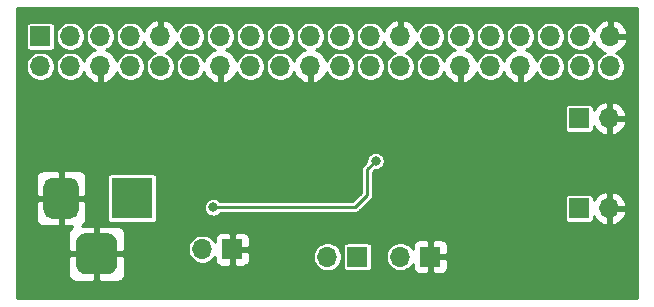
<source format=gbl>
G04 #@! TF.GenerationSoftware,KiCad,Pcbnew,(5.1.6-0-10_14)*
G04 #@! TF.CreationDate,2021-08-26T03:19:47+09:00*
G04 #@! TF.ProjectId,5v,35762e6b-6963-4616-945f-706362585858,rev?*
G04 #@! TF.SameCoordinates,Original*
G04 #@! TF.FileFunction,Copper,L2,Bot*
G04 #@! TF.FilePolarity,Positive*
%FSLAX46Y46*%
G04 Gerber Fmt 4.6, Leading zero omitted, Abs format (unit mm)*
G04 Created by KiCad (PCBNEW (5.1.6-0-10_14)) date 2021-08-26 03:19:47*
%MOMM*%
%LPD*%
G01*
G04 APERTURE LIST*
G04 #@! TA.AperFunction,ComponentPad*
%ADD10R,3.500000X3.500000*%
G04 #@! TD*
G04 #@! TA.AperFunction,ComponentPad*
%ADD11R,1.700000X1.700000*%
G04 #@! TD*
G04 #@! TA.AperFunction,ComponentPad*
%ADD12O,1.700000X1.700000*%
G04 #@! TD*
G04 #@! TA.AperFunction,ViaPad*
%ADD13C,0.800000*%
G04 #@! TD*
G04 #@! TA.AperFunction,Conductor*
%ADD14C,0.250000*%
G04 #@! TD*
G04 #@! TA.AperFunction,Conductor*
%ADD15C,0.254000*%
G04 #@! TD*
G04 APERTURE END LIST*
G04 #@! TO.P,J1,3*
G04 #@! TO.N,GND*
G04 #@! TA.AperFunction,ComponentPad*
G36*
G01*
X107510000Y-96245000D02*
X107510000Y-94495000D01*
G75*
G02*
X108385000Y-93620000I875000J0D01*
G01*
X110135000Y-93620000D01*
G75*
G02*
X111010000Y-94495000I0J-875000D01*
G01*
X111010000Y-96245000D01*
G75*
G02*
X110135000Y-97120000I-875000J0D01*
G01*
X108385000Y-97120000D01*
G75*
G02*
X107510000Y-96245000I0J875000D01*
G01*
G37*
G04 #@! TD.AperFunction*
G04 #@! TO.P,J1,2*
G04 #@! TA.AperFunction,ComponentPad*
G36*
G01*
X104760000Y-91670000D02*
X104760000Y-89670000D01*
G75*
G02*
X105510000Y-88920000I750000J0D01*
G01*
X107010000Y-88920000D01*
G75*
G02*
X107760000Y-89670000I0J-750000D01*
G01*
X107760000Y-91670000D01*
G75*
G02*
X107010000Y-92420000I-750000J0D01*
G01*
X105510000Y-92420000D01*
G75*
G02*
X104760000Y-91670000I0J750000D01*
G01*
G37*
G04 #@! TD.AperFunction*
D10*
G04 #@! TO.P,J1,1*
G04 #@! TO.N,12V*
X112260000Y-90670000D03*
G04 #@! TD*
D11*
G04 #@! TO.P,J2,1*
G04 #@! TO.N,GND*
X120750000Y-94980000D03*
D12*
G04 #@! TO.P,J2,2*
G04 #@! TO.N,12V*
X118210000Y-94980000D03*
G04 #@! TD*
D11*
G04 #@! TO.P,J4,1*
G04 #@! TO.N,5V*
X150120000Y-83900000D03*
D12*
G04 #@! TO.P,J4,2*
G04 #@! TO.N,GND*
X152660000Y-83900000D03*
G04 #@! TD*
D11*
G04 #@! TO.P,J5,1*
G04 #@! TO.N,5V*
X150120000Y-91520000D03*
D12*
G04 #@! TO.P,J5,2*
G04 #@! TO.N,GND*
X152660000Y-91520000D03*
G04 #@! TD*
G04 #@! TO.P,J6,2*
G04 #@! TO.N,Net-(J6-Pad2)*
X128810000Y-95620000D03*
D11*
G04 #@! TO.P,J6,1*
G04 #@! TO.N,Net-(J6-Pad1)*
X131350000Y-95620000D03*
G04 #@! TD*
G04 #@! TO.P,J7,1*
G04 #@! TO.N,GND*
X137520000Y-95610000D03*
D12*
G04 #@! TO.P,J7,2*
G04 #@! TO.N,Net-(J6-Pad1)*
X134980000Y-95610000D03*
G04 #@! TD*
G04 #@! TO.P,J8,40*
G04 #@! TO.N,N/C*
X152760000Y-79500000D03*
G04 #@! TO.P,J8,39*
G04 #@! TO.N,GND*
X152760000Y-76960000D03*
G04 #@! TO.P,J8,38*
G04 #@! TO.N,N/C*
X150220000Y-79500000D03*
G04 #@! TO.P,J8,37*
X150220000Y-76960000D03*
G04 #@! TO.P,J8,36*
X147680000Y-79500000D03*
G04 #@! TO.P,J8,35*
X147680000Y-76960000D03*
G04 #@! TO.P,J8,34*
G04 #@! TO.N,GND*
X145140000Y-79500000D03*
G04 #@! TO.P,J8,33*
G04 #@! TO.N,N/C*
X145140000Y-76960000D03*
G04 #@! TO.P,J8,32*
X142600000Y-79500000D03*
G04 #@! TO.P,J8,31*
X142600000Y-76960000D03*
G04 #@! TO.P,J8,30*
G04 #@! TO.N,GND*
X140060000Y-79500000D03*
G04 #@! TO.P,J8,29*
G04 #@! TO.N,N/C*
X140060000Y-76960000D03*
G04 #@! TO.P,J8,28*
X137520000Y-79500000D03*
G04 #@! TO.P,J8,27*
X137520000Y-76960000D03*
G04 #@! TO.P,J8,26*
X134980000Y-79500000D03*
G04 #@! TO.P,J8,25*
G04 #@! TO.N,GND*
X134980000Y-76960000D03*
G04 #@! TO.P,J8,24*
G04 #@! TO.N,N/C*
X132440000Y-79500000D03*
G04 #@! TO.P,J8,23*
X132440000Y-76960000D03*
G04 #@! TO.P,J8,22*
X129900000Y-79500000D03*
G04 #@! TO.P,J8,21*
X129900000Y-76960000D03*
G04 #@! TO.P,J8,20*
G04 #@! TO.N,GND*
X127360000Y-79500000D03*
G04 #@! TO.P,J8,19*
G04 #@! TO.N,N/C*
X127360000Y-76960000D03*
G04 #@! TO.P,J8,18*
X124820000Y-79500000D03*
G04 #@! TO.P,J8,17*
X124820000Y-76960000D03*
G04 #@! TO.P,J8,16*
X122280000Y-79500000D03*
G04 #@! TO.P,J8,15*
X122280000Y-76960000D03*
G04 #@! TO.P,J8,14*
G04 #@! TO.N,GND*
X119740000Y-79500000D03*
G04 #@! TO.P,J8,13*
G04 #@! TO.N,N/C*
X119740000Y-76960000D03*
G04 #@! TO.P,J8,12*
X117200000Y-79500000D03*
G04 #@! TO.P,J8,11*
X117200000Y-76960000D03*
G04 #@! TO.P,J8,10*
X114660000Y-79500000D03*
G04 #@! TO.P,J8,9*
G04 #@! TO.N,GND*
X114660000Y-76960000D03*
G04 #@! TO.P,J8,8*
G04 #@! TO.N,N/C*
X112120000Y-79500000D03*
G04 #@! TO.P,J8,7*
X112120000Y-76960000D03*
G04 #@! TO.P,J8,6*
G04 #@! TO.N,GND*
X109580000Y-79500000D03*
G04 #@! TO.P,J8,5*
G04 #@! TO.N,N/C*
X109580000Y-76960000D03*
G04 #@! TO.P,J8,4*
G04 #@! TO.N,5V*
X107040000Y-79500000D03*
G04 #@! TO.P,J8,3*
G04 #@! TO.N,N/C*
X107040000Y-76960000D03*
G04 #@! TO.P,J8,2*
G04 #@! TO.N,5V*
X104500000Y-79500000D03*
D11*
G04 #@! TO.P,J8,1*
G04 #@! TO.N,N/C*
X104500000Y-76960000D03*
G04 #@! TD*
D13*
G04 #@! TO.N,GND*
X128140000Y-86730000D03*
X118780000Y-88290000D03*
X136390000Y-85590000D03*
X137660000Y-86860000D03*
X138930000Y-85590000D03*
X140200000Y-86860000D03*
X141470000Y-85590000D03*
X142740000Y-86860000D03*
X145280000Y-86860000D03*
X147820000Y-86860000D03*
X141470000Y-88130000D03*
X140200000Y-89400000D03*
X142740000Y-89400000D03*
X145280000Y-89400000D03*
X147820000Y-89400000D03*
X141470000Y-90670000D03*
X140200000Y-91940000D03*
X142740000Y-91940000D03*
X145280000Y-91940000D03*
X147820000Y-91940000D03*
X141470000Y-93210000D03*
X138930000Y-93210000D03*
X138930000Y-90670000D03*
X137660000Y-91940000D03*
X140100000Y-94580000D03*
X142640000Y-94580000D03*
X145180000Y-94580000D03*
X147720000Y-94580000D03*
X141470000Y-95750000D03*
X142740000Y-97020000D03*
X145280000Y-97020000D03*
X141470000Y-98290000D03*
X140200000Y-97020000D03*
X138930000Y-98290000D03*
X136390000Y-98290000D03*
X133850000Y-98290000D03*
X131310000Y-98290000D03*
X128770000Y-98290000D03*
X126230000Y-98290000D03*
X123690000Y-98290000D03*
X124960000Y-97020000D03*
X121150000Y-98290000D03*
X122420000Y-97020000D03*
X118610000Y-98290000D03*
X119880000Y-97020000D03*
X116070000Y-98290000D03*
X117490000Y-96870000D03*
X114315000Y-96870000D03*
X112895000Y-98290000D03*
X116070000Y-95115000D03*
X117340000Y-86860000D03*
X116070000Y-88130000D03*
X114800000Y-86860000D03*
X112260000Y-86860000D03*
X108450000Y-86860000D03*
X105910000Y-86860000D03*
X107180000Y-84955000D03*
X109720000Y-84955000D03*
X108450000Y-83050000D03*
X104640000Y-84955000D03*
X105910000Y-83050000D03*
X141470000Y-88130000D03*
X123690000Y-93845000D03*
X123854158Y-95585842D03*
X126290000Y-94420000D03*
X114165000Y-94480000D03*
X105910000Y-94480000D03*
X129405000Y-86860000D03*
X128970000Y-84290000D03*
X127890000Y-85200000D03*
G04 #@! TO.N,12V*
X132880000Y-87500000D03*
X119150000Y-91440000D03*
G04 #@! TD*
D14*
G04 #@! TO.N,GND*
X128140000Y-86730000D02*
X128140000Y-88090000D01*
X128140000Y-88090000D02*
X126810000Y-89420000D01*
X119910000Y-89420000D02*
X118780000Y-88290000D01*
X126810000Y-89420000D02*
X119910000Y-89420000D01*
G04 #@! TO.N,12V*
X132880000Y-87500000D02*
X132160000Y-88220000D01*
X132160000Y-88220000D02*
X132160000Y-90410000D01*
X131130000Y-91440000D02*
X119150000Y-91440000D01*
X132160000Y-90410000D02*
X131130000Y-91440000D01*
G04 #@! TD*
D15*
G04 #@! TO.N,GND*
G36*
X155009001Y-99129000D02*
G01*
X102531000Y-99129000D01*
X102531000Y-97120000D01*
X106871928Y-97120000D01*
X106884188Y-97244482D01*
X106920498Y-97364180D01*
X106979463Y-97474494D01*
X107058815Y-97571185D01*
X107155506Y-97650537D01*
X107265820Y-97709502D01*
X107385518Y-97745812D01*
X107510000Y-97758072D01*
X108974250Y-97755000D01*
X109133000Y-97596250D01*
X109133000Y-95497000D01*
X109387000Y-95497000D01*
X109387000Y-97596250D01*
X109545750Y-97755000D01*
X111010000Y-97758072D01*
X111134482Y-97745812D01*
X111254180Y-97709502D01*
X111364494Y-97650537D01*
X111461185Y-97571185D01*
X111540537Y-97474494D01*
X111599502Y-97364180D01*
X111635812Y-97244482D01*
X111648072Y-97120000D01*
X111645000Y-95655750D01*
X111486250Y-95497000D01*
X109387000Y-95497000D01*
X109133000Y-95497000D01*
X107033750Y-95497000D01*
X106875000Y-95655750D01*
X106871928Y-97120000D01*
X102531000Y-97120000D01*
X102531000Y-92420000D01*
X104121928Y-92420000D01*
X104134188Y-92544482D01*
X104170498Y-92664180D01*
X104229463Y-92774494D01*
X104308815Y-92871185D01*
X104405506Y-92950537D01*
X104515820Y-93009502D01*
X104635518Y-93045812D01*
X104760000Y-93058072D01*
X105974250Y-93055000D01*
X106133000Y-92896250D01*
X106133000Y-90797000D01*
X106387000Y-90797000D01*
X106387000Y-92896250D01*
X106545750Y-93055000D01*
X107216805Y-93056698D01*
X107155506Y-93089463D01*
X107058815Y-93168815D01*
X106979463Y-93265506D01*
X106920498Y-93375820D01*
X106884188Y-93495518D01*
X106871928Y-93620000D01*
X106875000Y-95084250D01*
X107033750Y-95243000D01*
X109133000Y-95243000D01*
X109133000Y-93143750D01*
X109387000Y-93143750D01*
X109387000Y-95243000D01*
X111486250Y-95243000D01*
X111645000Y-95084250D01*
X111645473Y-94858757D01*
X116979000Y-94858757D01*
X116979000Y-95101243D01*
X117026307Y-95339069D01*
X117119102Y-95563097D01*
X117253820Y-95764717D01*
X117425283Y-95936180D01*
X117626903Y-96070898D01*
X117850931Y-96163693D01*
X118088757Y-96211000D01*
X118331243Y-96211000D01*
X118569069Y-96163693D01*
X118793097Y-96070898D01*
X118994717Y-95936180D01*
X119166180Y-95764717D01*
X119263073Y-95619706D01*
X119261928Y-95830000D01*
X119274188Y-95954482D01*
X119310498Y-96074180D01*
X119369463Y-96184494D01*
X119448815Y-96281185D01*
X119545506Y-96360537D01*
X119655820Y-96419502D01*
X119775518Y-96455812D01*
X119900000Y-96468072D01*
X120464250Y-96465000D01*
X120623000Y-96306250D01*
X120623000Y-95107000D01*
X120877000Y-95107000D01*
X120877000Y-96306250D01*
X121035750Y-96465000D01*
X121600000Y-96468072D01*
X121724482Y-96455812D01*
X121844180Y-96419502D01*
X121954494Y-96360537D01*
X122051185Y-96281185D01*
X122130537Y-96184494D01*
X122189502Y-96074180D01*
X122225812Y-95954482D01*
X122238072Y-95830000D01*
X122236269Y-95498757D01*
X127579000Y-95498757D01*
X127579000Y-95741243D01*
X127626307Y-95979069D01*
X127719102Y-96203097D01*
X127853820Y-96404717D01*
X128025283Y-96576180D01*
X128226903Y-96710898D01*
X128450931Y-96803693D01*
X128688757Y-96851000D01*
X128931243Y-96851000D01*
X129169069Y-96803693D01*
X129393097Y-96710898D01*
X129594717Y-96576180D01*
X129766180Y-96404717D01*
X129900898Y-96203097D01*
X129993693Y-95979069D01*
X130041000Y-95741243D01*
X130041000Y-95498757D01*
X129993693Y-95260931D01*
X129900898Y-95036903D01*
X129766180Y-94835283D01*
X129700897Y-94770000D01*
X130117157Y-94770000D01*
X130117157Y-96470000D01*
X130124513Y-96544689D01*
X130146299Y-96616508D01*
X130181678Y-96682696D01*
X130229289Y-96740711D01*
X130287304Y-96788322D01*
X130353492Y-96823701D01*
X130425311Y-96845487D01*
X130500000Y-96852843D01*
X132200000Y-96852843D01*
X132274689Y-96845487D01*
X132346508Y-96823701D01*
X132412696Y-96788322D01*
X132470711Y-96740711D01*
X132518322Y-96682696D01*
X132553701Y-96616508D01*
X132575487Y-96544689D01*
X132582843Y-96470000D01*
X132582843Y-95488757D01*
X133749000Y-95488757D01*
X133749000Y-95731243D01*
X133796307Y-95969069D01*
X133889102Y-96193097D01*
X134023820Y-96394717D01*
X134195283Y-96566180D01*
X134396903Y-96700898D01*
X134620931Y-96793693D01*
X134858757Y-96841000D01*
X135101243Y-96841000D01*
X135339069Y-96793693D01*
X135563097Y-96700898D01*
X135764717Y-96566180D01*
X135936180Y-96394717D01*
X136033073Y-96249706D01*
X136031928Y-96460000D01*
X136044188Y-96584482D01*
X136080498Y-96704180D01*
X136139463Y-96814494D01*
X136218815Y-96911185D01*
X136315506Y-96990537D01*
X136425820Y-97049502D01*
X136545518Y-97085812D01*
X136670000Y-97098072D01*
X137234250Y-97095000D01*
X137393000Y-96936250D01*
X137393000Y-95737000D01*
X137647000Y-95737000D01*
X137647000Y-96936250D01*
X137805750Y-97095000D01*
X138370000Y-97098072D01*
X138494482Y-97085812D01*
X138614180Y-97049502D01*
X138724494Y-96990537D01*
X138821185Y-96911185D01*
X138900537Y-96814494D01*
X138959502Y-96704180D01*
X138995812Y-96584482D01*
X139008072Y-96460000D01*
X139005000Y-95895750D01*
X138846250Y-95737000D01*
X137647000Y-95737000D01*
X137393000Y-95737000D01*
X137373000Y-95737000D01*
X137373000Y-95483000D01*
X137393000Y-95483000D01*
X137393000Y-94283750D01*
X137647000Y-94283750D01*
X137647000Y-95483000D01*
X138846250Y-95483000D01*
X139005000Y-95324250D01*
X139008072Y-94760000D01*
X138995812Y-94635518D01*
X138959502Y-94515820D01*
X138900537Y-94405506D01*
X138821185Y-94308815D01*
X138724494Y-94229463D01*
X138614180Y-94170498D01*
X138494482Y-94134188D01*
X138370000Y-94121928D01*
X137805750Y-94125000D01*
X137647000Y-94283750D01*
X137393000Y-94283750D01*
X137234250Y-94125000D01*
X136670000Y-94121928D01*
X136545518Y-94134188D01*
X136425820Y-94170498D01*
X136315506Y-94229463D01*
X136218815Y-94308815D01*
X136139463Y-94405506D01*
X136080498Y-94515820D01*
X136044188Y-94635518D01*
X136031928Y-94760000D01*
X136033073Y-94970294D01*
X135936180Y-94825283D01*
X135764717Y-94653820D01*
X135563097Y-94519102D01*
X135339069Y-94426307D01*
X135101243Y-94379000D01*
X134858757Y-94379000D01*
X134620931Y-94426307D01*
X134396903Y-94519102D01*
X134195283Y-94653820D01*
X134023820Y-94825283D01*
X133889102Y-95026903D01*
X133796307Y-95250931D01*
X133749000Y-95488757D01*
X132582843Y-95488757D01*
X132582843Y-94770000D01*
X132575487Y-94695311D01*
X132553701Y-94623492D01*
X132518322Y-94557304D01*
X132470711Y-94499289D01*
X132412696Y-94451678D01*
X132346508Y-94416299D01*
X132274689Y-94394513D01*
X132200000Y-94387157D01*
X130500000Y-94387157D01*
X130425311Y-94394513D01*
X130353492Y-94416299D01*
X130287304Y-94451678D01*
X130229289Y-94499289D01*
X130181678Y-94557304D01*
X130146299Y-94623492D01*
X130124513Y-94695311D01*
X130117157Y-94770000D01*
X129700897Y-94770000D01*
X129594717Y-94663820D01*
X129393097Y-94529102D01*
X129169069Y-94436307D01*
X128931243Y-94389000D01*
X128688757Y-94389000D01*
X128450931Y-94436307D01*
X128226903Y-94529102D01*
X128025283Y-94663820D01*
X127853820Y-94835283D01*
X127719102Y-95036903D01*
X127626307Y-95260931D01*
X127579000Y-95498757D01*
X122236269Y-95498757D01*
X122235000Y-95265750D01*
X122076250Y-95107000D01*
X120877000Y-95107000D01*
X120623000Y-95107000D01*
X120603000Y-95107000D01*
X120603000Y-94853000D01*
X120623000Y-94853000D01*
X120623000Y-93653750D01*
X120877000Y-93653750D01*
X120877000Y-94853000D01*
X122076250Y-94853000D01*
X122235000Y-94694250D01*
X122238072Y-94130000D01*
X122225812Y-94005518D01*
X122189502Y-93885820D01*
X122130537Y-93775506D01*
X122051185Y-93678815D01*
X121954494Y-93599463D01*
X121844180Y-93540498D01*
X121724482Y-93504188D01*
X121600000Y-93491928D01*
X121035750Y-93495000D01*
X120877000Y-93653750D01*
X120623000Y-93653750D01*
X120464250Y-93495000D01*
X119900000Y-93491928D01*
X119775518Y-93504188D01*
X119655820Y-93540498D01*
X119545506Y-93599463D01*
X119448815Y-93678815D01*
X119369463Y-93775506D01*
X119310498Y-93885820D01*
X119274188Y-94005518D01*
X119261928Y-94130000D01*
X119263073Y-94340294D01*
X119166180Y-94195283D01*
X118994717Y-94023820D01*
X118793097Y-93889102D01*
X118569069Y-93796307D01*
X118331243Y-93749000D01*
X118088757Y-93749000D01*
X117850931Y-93796307D01*
X117626903Y-93889102D01*
X117425283Y-94023820D01*
X117253820Y-94195283D01*
X117119102Y-94396903D01*
X117026307Y-94620931D01*
X116979000Y-94858757D01*
X111645473Y-94858757D01*
X111648072Y-93620000D01*
X111635812Y-93495518D01*
X111599502Y-93375820D01*
X111540537Y-93265506D01*
X111461185Y-93168815D01*
X111364494Y-93089463D01*
X111254180Y-93030498D01*
X111134482Y-92994188D01*
X111010000Y-92981928D01*
X109545750Y-92985000D01*
X109387000Y-93143750D01*
X109133000Y-93143750D01*
X108974250Y-92985000D01*
X108053633Y-92983069D01*
X108114494Y-92950537D01*
X108211185Y-92871185D01*
X108290537Y-92774494D01*
X108349502Y-92664180D01*
X108385812Y-92544482D01*
X108398072Y-92420000D01*
X108395000Y-90955750D01*
X108236250Y-90797000D01*
X106387000Y-90797000D01*
X106133000Y-90797000D01*
X104283750Y-90797000D01*
X104125000Y-90955750D01*
X104121928Y-92420000D01*
X102531000Y-92420000D01*
X102531000Y-88920000D01*
X104121928Y-88920000D01*
X104125000Y-90384250D01*
X104283750Y-90543000D01*
X106133000Y-90543000D01*
X106133000Y-88443750D01*
X106387000Y-88443750D01*
X106387000Y-90543000D01*
X108236250Y-90543000D01*
X108395000Y-90384250D01*
X108398072Y-88920000D01*
X110127157Y-88920000D01*
X110127157Y-92420000D01*
X110134513Y-92494689D01*
X110156299Y-92566508D01*
X110191678Y-92632696D01*
X110239289Y-92690711D01*
X110297304Y-92738322D01*
X110363492Y-92773701D01*
X110435311Y-92795487D01*
X110510000Y-92802843D01*
X114010000Y-92802843D01*
X114084689Y-92795487D01*
X114156508Y-92773701D01*
X114222696Y-92738322D01*
X114280711Y-92690711D01*
X114328322Y-92632696D01*
X114363701Y-92566508D01*
X114385487Y-92494689D01*
X114392843Y-92420000D01*
X114392843Y-91363078D01*
X118369000Y-91363078D01*
X118369000Y-91516922D01*
X118399013Y-91667809D01*
X118457887Y-91809942D01*
X118543358Y-91937859D01*
X118652141Y-92046642D01*
X118780058Y-92132113D01*
X118922191Y-92190987D01*
X119073078Y-92221000D01*
X119226922Y-92221000D01*
X119377809Y-92190987D01*
X119519942Y-92132113D01*
X119647859Y-92046642D01*
X119748501Y-91946000D01*
X131105154Y-91946000D01*
X131130000Y-91948447D01*
X131154846Y-91946000D01*
X131154854Y-91946000D01*
X131229193Y-91938678D01*
X131324575Y-91909745D01*
X131412479Y-91862759D01*
X131489527Y-91799527D01*
X131505376Y-91780215D01*
X132500220Y-90785372D01*
X132519527Y-90769527D01*
X132582759Y-90692479D01*
X132594774Y-90670000D01*
X148887157Y-90670000D01*
X148887157Y-92370000D01*
X148894513Y-92444689D01*
X148916299Y-92516508D01*
X148951678Y-92582696D01*
X148999289Y-92640711D01*
X149057304Y-92688322D01*
X149123492Y-92723701D01*
X149195311Y-92745487D01*
X149270000Y-92752843D01*
X150970000Y-92752843D01*
X151044689Y-92745487D01*
X151116508Y-92723701D01*
X151182696Y-92688322D01*
X151240711Y-92640711D01*
X151288322Y-92582696D01*
X151323701Y-92516508D01*
X151345487Y-92444689D01*
X151352843Y-92370000D01*
X151352843Y-92213367D01*
X151464822Y-92401355D01*
X151659731Y-92617588D01*
X151893080Y-92791641D01*
X152155901Y-92916825D01*
X152303110Y-92961476D01*
X152533000Y-92840155D01*
X152533000Y-91647000D01*
X152787000Y-91647000D01*
X152787000Y-92840155D01*
X153016890Y-92961476D01*
X153164099Y-92916825D01*
X153426920Y-92791641D01*
X153660269Y-92617588D01*
X153855178Y-92401355D01*
X154004157Y-92151252D01*
X154101481Y-91876891D01*
X153980814Y-91647000D01*
X152787000Y-91647000D01*
X152533000Y-91647000D01*
X152513000Y-91647000D01*
X152513000Y-91393000D01*
X152533000Y-91393000D01*
X152533000Y-90199845D01*
X152787000Y-90199845D01*
X152787000Y-91393000D01*
X153980814Y-91393000D01*
X154101481Y-91163109D01*
X154004157Y-90888748D01*
X153855178Y-90638645D01*
X153660269Y-90422412D01*
X153426920Y-90248359D01*
X153164099Y-90123175D01*
X153016890Y-90078524D01*
X152787000Y-90199845D01*
X152533000Y-90199845D01*
X152303110Y-90078524D01*
X152155901Y-90123175D01*
X151893080Y-90248359D01*
X151659731Y-90422412D01*
X151464822Y-90638645D01*
X151352843Y-90826633D01*
X151352843Y-90670000D01*
X151345487Y-90595311D01*
X151323701Y-90523492D01*
X151288322Y-90457304D01*
X151240711Y-90399289D01*
X151182696Y-90351678D01*
X151116508Y-90316299D01*
X151044689Y-90294513D01*
X150970000Y-90287157D01*
X149270000Y-90287157D01*
X149195311Y-90294513D01*
X149123492Y-90316299D01*
X149057304Y-90351678D01*
X148999289Y-90399289D01*
X148951678Y-90457304D01*
X148916299Y-90523492D01*
X148894513Y-90595311D01*
X148887157Y-90670000D01*
X132594774Y-90670000D01*
X132629745Y-90604575D01*
X132658678Y-90509193D01*
X132666000Y-90434854D01*
X132666000Y-90434846D01*
X132668447Y-90410000D01*
X132666000Y-90385154D01*
X132666000Y-88429591D01*
X132814591Y-88281000D01*
X132956922Y-88281000D01*
X133107809Y-88250987D01*
X133249942Y-88192113D01*
X133377859Y-88106642D01*
X133486642Y-87997859D01*
X133572113Y-87869942D01*
X133630987Y-87727809D01*
X133661000Y-87576922D01*
X133661000Y-87423078D01*
X133630987Y-87272191D01*
X133572113Y-87130058D01*
X133486642Y-87002141D01*
X133377859Y-86893358D01*
X133249942Y-86807887D01*
X133107809Y-86749013D01*
X132956922Y-86719000D01*
X132803078Y-86719000D01*
X132652191Y-86749013D01*
X132510058Y-86807887D01*
X132382141Y-86893358D01*
X132273358Y-87002141D01*
X132187887Y-87130058D01*
X132129013Y-87272191D01*
X132099000Y-87423078D01*
X132099000Y-87565409D01*
X131819785Y-87844624D01*
X131800473Y-87860473D01*
X131737241Y-87937521D01*
X131690255Y-88025426D01*
X131661322Y-88120808D01*
X131654000Y-88195147D01*
X131654000Y-88195154D01*
X131651553Y-88220000D01*
X131654000Y-88244846D01*
X131654001Y-90200407D01*
X130920409Y-90934000D01*
X119748501Y-90934000D01*
X119647859Y-90833358D01*
X119519942Y-90747887D01*
X119377809Y-90689013D01*
X119226922Y-90659000D01*
X119073078Y-90659000D01*
X118922191Y-90689013D01*
X118780058Y-90747887D01*
X118652141Y-90833358D01*
X118543358Y-90942141D01*
X118457887Y-91070058D01*
X118399013Y-91212191D01*
X118369000Y-91363078D01*
X114392843Y-91363078D01*
X114392843Y-88920000D01*
X114385487Y-88845311D01*
X114363701Y-88773492D01*
X114328322Y-88707304D01*
X114280711Y-88649289D01*
X114222696Y-88601678D01*
X114156508Y-88566299D01*
X114084689Y-88544513D01*
X114010000Y-88537157D01*
X110510000Y-88537157D01*
X110435311Y-88544513D01*
X110363492Y-88566299D01*
X110297304Y-88601678D01*
X110239289Y-88649289D01*
X110191678Y-88707304D01*
X110156299Y-88773492D01*
X110134513Y-88845311D01*
X110127157Y-88920000D01*
X108398072Y-88920000D01*
X108385812Y-88795518D01*
X108349502Y-88675820D01*
X108290537Y-88565506D01*
X108211185Y-88468815D01*
X108114494Y-88389463D01*
X108004180Y-88330498D01*
X107884482Y-88294188D01*
X107760000Y-88281928D01*
X106545750Y-88285000D01*
X106387000Y-88443750D01*
X106133000Y-88443750D01*
X105974250Y-88285000D01*
X104760000Y-88281928D01*
X104635518Y-88294188D01*
X104515820Y-88330498D01*
X104405506Y-88389463D01*
X104308815Y-88468815D01*
X104229463Y-88565506D01*
X104170498Y-88675820D01*
X104134188Y-88795518D01*
X104121928Y-88920000D01*
X102531000Y-88920000D01*
X102531000Y-83050000D01*
X148887157Y-83050000D01*
X148887157Y-84750000D01*
X148894513Y-84824689D01*
X148916299Y-84896508D01*
X148951678Y-84962696D01*
X148999289Y-85020711D01*
X149057304Y-85068322D01*
X149123492Y-85103701D01*
X149195311Y-85125487D01*
X149270000Y-85132843D01*
X150970000Y-85132843D01*
X151044689Y-85125487D01*
X151116508Y-85103701D01*
X151182696Y-85068322D01*
X151240711Y-85020711D01*
X151288322Y-84962696D01*
X151323701Y-84896508D01*
X151345487Y-84824689D01*
X151352843Y-84750000D01*
X151352843Y-84593367D01*
X151464822Y-84781355D01*
X151659731Y-84997588D01*
X151893080Y-85171641D01*
X152155901Y-85296825D01*
X152303110Y-85341476D01*
X152533000Y-85220155D01*
X152533000Y-84027000D01*
X152787000Y-84027000D01*
X152787000Y-85220155D01*
X153016890Y-85341476D01*
X153164099Y-85296825D01*
X153426920Y-85171641D01*
X153660269Y-84997588D01*
X153855178Y-84781355D01*
X154004157Y-84531252D01*
X154101481Y-84256891D01*
X153980814Y-84027000D01*
X152787000Y-84027000D01*
X152533000Y-84027000D01*
X152513000Y-84027000D01*
X152513000Y-83773000D01*
X152533000Y-83773000D01*
X152533000Y-82579845D01*
X152787000Y-82579845D01*
X152787000Y-83773000D01*
X153980814Y-83773000D01*
X154101481Y-83543109D01*
X154004157Y-83268748D01*
X153855178Y-83018645D01*
X153660269Y-82802412D01*
X153426920Y-82628359D01*
X153164099Y-82503175D01*
X153016890Y-82458524D01*
X152787000Y-82579845D01*
X152533000Y-82579845D01*
X152303110Y-82458524D01*
X152155901Y-82503175D01*
X151893080Y-82628359D01*
X151659731Y-82802412D01*
X151464822Y-83018645D01*
X151352843Y-83206633D01*
X151352843Y-83050000D01*
X151345487Y-82975311D01*
X151323701Y-82903492D01*
X151288322Y-82837304D01*
X151240711Y-82779289D01*
X151182696Y-82731678D01*
X151116508Y-82696299D01*
X151044689Y-82674513D01*
X150970000Y-82667157D01*
X149270000Y-82667157D01*
X149195311Y-82674513D01*
X149123492Y-82696299D01*
X149057304Y-82731678D01*
X148999289Y-82779289D01*
X148951678Y-82837304D01*
X148916299Y-82903492D01*
X148894513Y-82975311D01*
X148887157Y-83050000D01*
X102531000Y-83050000D01*
X102531000Y-79378757D01*
X103269000Y-79378757D01*
X103269000Y-79621243D01*
X103316307Y-79859069D01*
X103409102Y-80083097D01*
X103543820Y-80284717D01*
X103715283Y-80456180D01*
X103916903Y-80590898D01*
X104140931Y-80683693D01*
X104378757Y-80731000D01*
X104621243Y-80731000D01*
X104859069Y-80683693D01*
X105083097Y-80590898D01*
X105284717Y-80456180D01*
X105456180Y-80284717D01*
X105590898Y-80083097D01*
X105683693Y-79859069D01*
X105731000Y-79621243D01*
X105731000Y-79378757D01*
X105809000Y-79378757D01*
X105809000Y-79621243D01*
X105856307Y-79859069D01*
X105949102Y-80083097D01*
X106083820Y-80284717D01*
X106255283Y-80456180D01*
X106456903Y-80590898D01*
X106680931Y-80683693D01*
X106918757Y-80731000D01*
X107161243Y-80731000D01*
X107399069Y-80683693D01*
X107623097Y-80590898D01*
X107824717Y-80456180D01*
X107996180Y-80284717D01*
X108130898Y-80083097D01*
X108178228Y-79968832D01*
X108235843Y-80131252D01*
X108384822Y-80381355D01*
X108579731Y-80597588D01*
X108813080Y-80771641D01*
X109075901Y-80896825D01*
X109223110Y-80941476D01*
X109453000Y-80820155D01*
X109453000Y-79627000D01*
X109433000Y-79627000D01*
X109433000Y-79373000D01*
X109453000Y-79373000D01*
X109453000Y-79353000D01*
X109707000Y-79353000D01*
X109707000Y-79373000D01*
X109727000Y-79373000D01*
X109727000Y-79627000D01*
X109707000Y-79627000D01*
X109707000Y-80820155D01*
X109936890Y-80941476D01*
X110084099Y-80896825D01*
X110346920Y-80771641D01*
X110580269Y-80597588D01*
X110775178Y-80381355D01*
X110924157Y-80131252D01*
X110981772Y-79968832D01*
X111029102Y-80083097D01*
X111163820Y-80284717D01*
X111335283Y-80456180D01*
X111536903Y-80590898D01*
X111760931Y-80683693D01*
X111998757Y-80731000D01*
X112241243Y-80731000D01*
X112479069Y-80683693D01*
X112703097Y-80590898D01*
X112904717Y-80456180D01*
X113076180Y-80284717D01*
X113210898Y-80083097D01*
X113303693Y-79859069D01*
X113351000Y-79621243D01*
X113351000Y-79378757D01*
X113303693Y-79140931D01*
X113210898Y-78916903D01*
X113076180Y-78715283D01*
X112904717Y-78543820D01*
X112703097Y-78409102D01*
X112479069Y-78316307D01*
X112241243Y-78269000D01*
X111998757Y-78269000D01*
X111760931Y-78316307D01*
X111536903Y-78409102D01*
X111335283Y-78543820D01*
X111163820Y-78715283D01*
X111029102Y-78916903D01*
X110981772Y-79031168D01*
X110924157Y-78868748D01*
X110775178Y-78618645D01*
X110580269Y-78402412D01*
X110346920Y-78228359D01*
X110084099Y-78103175D01*
X110056846Y-78094909D01*
X110163097Y-78050898D01*
X110364717Y-77916180D01*
X110536180Y-77744717D01*
X110670898Y-77543097D01*
X110763693Y-77319069D01*
X110811000Y-77081243D01*
X110811000Y-76838757D01*
X110889000Y-76838757D01*
X110889000Y-77081243D01*
X110936307Y-77319069D01*
X111029102Y-77543097D01*
X111163820Y-77744717D01*
X111335283Y-77916180D01*
X111536903Y-78050898D01*
X111760931Y-78143693D01*
X111998757Y-78191000D01*
X112241243Y-78191000D01*
X112479069Y-78143693D01*
X112703097Y-78050898D01*
X112904717Y-77916180D01*
X113076180Y-77744717D01*
X113210898Y-77543097D01*
X113258228Y-77428832D01*
X113315843Y-77591252D01*
X113464822Y-77841355D01*
X113659731Y-78057588D01*
X113893080Y-78231641D01*
X114155901Y-78356825D01*
X114183154Y-78365091D01*
X114076903Y-78409102D01*
X113875283Y-78543820D01*
X113703820Y-78715283D01*
X113569102Y-78916903D01*
X113476307Y-79140931D01*
X113429000Y-79378757D01*
X113429000Y-79621243D01*
X113476307Y-79859069D01*
X113569102Y-80083097D01*
X113703820Y-80284717D01*
X113875283Y-80456180D01*
X114076903Y-80590898D01*
X114300931Y-80683693D01*
X114538757Y-80731000D01*
X114781243Y-80731000D01*
X115019069Y-80683693D01*
X115243097Y-80590898D01*
X115444717Y-80456180D01*
X115616180Y-80284717D01*
X115750898Y-80083097D01*
X115843693Y-79859069D01*
X115891000Y-79621243D01*
X115891000Y-79378757D01*
X115969000Y-79378757D01*
X115969000Y-79621243D01*
X116016307Y-79859069D01*
X116109102Y-80083097D01*
X116243820Y-80284717D01*
X116415283Y-80456180D01*
X116616903Y-80590898D01*
X116840931Y-80683693D01*
X117078757Y-80731000D01*
X117321243Y-80731000D01*
X117559069Y-80683693D01*
X117783097Y-80590898D01*
X117984717Y-80456180D01*
X118156180Y-80284717D01*
X118290898Y-80083097D01*
X118338228Y-79968832D01*
X118395843Y-80131252D01*
X118544822Y-80381355D01*
X118739731Y-80597588D01*
X118973080Y-80771641D01*
X119235901Y-80896825D01*
X119383110Y-80941476D01*
X119613000Y-80820155D01*
X119613000Y-79627000D01*
X119593000Y-79627000D01*
X119593000Y-79373000D01*
X119613000Y-79373000D01*
X119613000Y-79353000D01*
X119867000Y-79353000D01*
X119867000Y-79373000D01*
X119887000Y-79373000D01*
X119887000Y-79627000D01*
X119867000Y-79627000D01*
X119867000Y-80820155D01*
X120096890Y-80941476D01*
X120244099Y-80896825D01*
X120506920Y-80771641D01*
X120740269Y-80597588D01*
X120935178Y-80381355D01*
X121084157Y-80131252D01*
X121141772Y-79968832D01*
X121189102Y-80083097D01*
X121323820Y-80284717D01*
X121495283Y-80456180D01*
X121696903Y-80590898D01*
X121920931Y-80683693D01*
X122158757Y-80731000D01*
X122401243Y-80731000D01*
X122639069Y-80683693D01*
X122863097Y-80590898D01*
X123064717Y-80456180D01*
X123236180Y-80284717D01*
X123370898Y-80083097D01*
X123463693Y-79859069D01*
X123511000Y-79621243D01*
X123511000Y-79378757D01*
X123589000Y-79378757D01*
X123589000Y-79621243D01*
X123636307Y-79859069D01*
X123729102Y-80083097D01*
X123863820Y-80284717D01*
X124035283Y-80456180D01*
X124236903Y-80590898D01*
X124460931Y-80683693D01*
X124698757Y-80731000D01*
X124941243Y-80731000D01*
X125179069Y-80683693D01*
X125403097Y-80590898D01*
X125604717Y-80456180D01*
X125776180Y-80284717D01*
X125910898Y-80083097D01*
X125958228Y-79968832D01*
X126015843Y-80131252D01*
X126164822Y-80381355D01*
X126359731Y-80597588D01*
X126593080Y-80771641D01*
X126855901Y-80896825D01*
X127003110Y-80941476D01*
X127233000Y-80820155D01*
X127233000Y-79627000D01*
X127213000Y-79627000D01*
X127213000Y-79373000D01*
X127233000Y-79373000D01*
X127233000Y-79353000D01*
X127487000Y-79353000D01*
X127487000Y-79373000D01*
X127507000Y-79373000D01*
X127507000Y-79627000D01*
X127487000Y-79627000D01*
X127487000Y-80820155D01*
X127716890Y-80941476D01*
X127864099Y-80896825D01*
X128126920Y-80771641D01*
X128360269Y-80597588D01*
X128555178Y-80381355D01*
X128704157Y-80131252D01*
X128761772Y-79968832D01*
X128809102Y-80083097D01*
X128943820Y-80284717D01*
X129115283Y-80456180D01*
X129316903Y-80590898D01*
X129540931Y-80683693D01*
X129778757Y-80731000D01*
X130021243Y-80731000D01*
X130259069Y-80683693D01*
X130483097Y-80590898D01*
X130684717Y-80456180D01*
X130856180Y-80284717D01*
X130990898Y-80083097D01*
X131083693Y-79859069D01*
X131131000Y-79621243D01*
X131131000Y-79378757D01*
X131209000Y-79378757D01*
X131209000Y-79621243D01*
X131256307Y-79859069D01*
X131349102Y-80083097D01*
X131483820Y-80284717D01*
X131655283Y-80456180D01*
X131856903Y-80590898D01*
X132080931Y-80683693D01*
X132318757Y-80731000D01*
X132561243Y-80731000D01*
X132799069Y-80683693D01*
X133023097Y-80590898D01*
X133224717Y-80456180D01*
X133396180Y-80284717D01*
X133530898Y-80083097D01*
X133623693Y-79859069D01*
X133671000Y-79621243D01*
X133671000Y-79378757D01*
X133623693Y-79140931D01*
X133530898Y-78916903D01*
X133396180Y-78715283D01*
X133224717Y-78543820D01*
X133023097Y-78409102D01*
X132799069Y-78316307D01*
X132561243Y-78269000D01*
X132318757Y-78269000D01*
X132080931Y-78316307D01*
X131856903Y-78409102D01*
X131655283Y-78543820D01*
X131483820Y-78715283D01*
X131349102Y-78916903D01*
X131256307Y-79140931D01*
X131209000Y-79378757D01*
X131131000Y-79378757D01*
X131083693Y-79140931D01*
X130990898Y-78916903D01*
X130856180Y-78715283D01*
X130684717Y-78543820D01*
X130483097Y-78409102D01*
X130259069Y-78316307D01*
X130021243Y-78269000D01*
X129778757Y-78269000D01*
X129540931Y-78316307D01*
X129316903Y-78409102D01*
X129115283Y-78543820D01*
X128943820Y-78715283D01*
X128809102Y-78916903D01*
X128761772Y-79031168D01*
X128704157Y-78868748D01*
X128555178Y-78618645D01*
X128360269Y-78402412D01*
X128126920Y-78228359D01*
X127864099Y-78103175D01*
X127836846Y-78094909D01*
X127943097Y-78050898D01*
X128144717Y-77916180D01*
X128316180Y-77744717D01*
X128450898Y-77543097D01*
X128543693Y-77319069D01*
X128591000Y-77081243D01*
X128591000Y-76838757D01*
X128669000Y-76838757D01*
X128669000Y-77081243D01*
X128716307Y-77319069D01*
X128809102Y-77543097D01*
X128943820Y-77744717D01*
X129115283Y-77916180D01*
X129316903Y-78050898D01*
X129540931Y-78143693D01*
X129778757Y-78191000D01*
X130021243Y-78191000D01*
X130259069Y-78143693D01*
X130483097Y-78050898D01*
X130684717Y-77916180D01*
X130856180Y-77744717D01*
X130990898Y-77543097D01*
X131083693Y-77319069D01*
X131131000Y-77081243D01*
X131131000Y-76838757D01*
X131209000Y-76838757D01*
X131209000Y-77081243D01*
X131256307Y-77319069D01*
X131349102Y-77543097D01*
X131483820Y-77744717D01*
X131655283Y-77916180D01*
X131856903Y-78050898D01*
X132080931Y-78143693D01*
X132318757Y-78191000D01*
X132561243Y-78191000D01*
X132799069Y-78143693D01*
X133023097Y-78050898D01*
X133224717Y-77916180D01*
X133396180Y-77744717D01*
X133530898Y-77543097D01*
X133578228Y-77428832D01*
X133635843Y-77591252D01*
X133784822Y-77841355D01*
X133979731Y-78057588D01*
X134213080Y-78231641D01*
X134475901Y-78356825D01*
X134503154Y-78365091D01*
X134396903Y-78409102D01*
X134195283Y-78543820D01*
X134023820Y-78715283D01*
X133889102Y-78916903D01*
X133796307Y-79140931D01*
X133749000Y-79378757D01*
X133749000Y-79621243D01*
X133796307Y-79859069D01*
X133889102Y-80083097D01*
X134023820Y-80284717D01*
X134195283Y-80456180D01*
X134396903Y-80590898D01*
X134620931Y-80683693D01*
X134858757Y-80731000D01*
X135101243Y-80731000D01*
X135339069Y-80683693D01*
X135563097Y-80590898D01*
X135764717Y-80456180D01*
X135936180Y-80284717D01*
X136070898Y-80083097D01*
X136163693Y-79859069D01*
X136211000Y-79621243D01*
X136211000Y-79378757D01*
X136289000Y-79378757D01*
X136289000Y-79621243D01*
X136336307Y-79859069D01*
X136429102Y-80083097D01*
X136563820Y-80284717D01*
X136735283Y-80456180D01*
X136936903Y-80590898D01*
X137160931Y-80683693D01*
X137398757Y-80731000D01*
X137641243Y-80731000D01*
X137879069Y-80683693D01*
X138103097Y-80590898D01*
X138304717Y-80456180D01*
X138476180Y-80284717D01*
X138610898Y-80083097D01*
X138658228Y-79968832D01*
X138715843Y-80131252D01*
X138864822Y-80381355D01*
X139059731Y-80597588D01*
X139293080Y-80771641D01*
X139555901Y-80896825D01*
X139703110Y-80941476D01*
X139933000Y-80820155D01*
X139933000Y-79627000D01*
X139913000Y-79627000D01*
X139913000Y-79373000D01*
X139933000Y-79373000D01*
X139933000Y-79353000D01*
X140187000Y-79353000D01*
X140187000Y-79373000D01*
X140207000Y-79373000D01*
X140207000Y-79627000D01*
X140187000Y-79627000D01*
X140187000Y-80820155D01*
X140416890Y-80941476D01*
X140564099Y-80896825D01*
X140826920Y-80771641D01*
X141060269Y-80597588D01*
X141255178Y-80381355D01*
X141404157Y-80131252D01*
X141461772Y-79968832D01*
X141509102Y-80083097D01*
X141643820Y-80284717D01*
X141815283Y-80456180D01*
X142016903Y-80590898D01*
X142240931Y-80683693D01*
X142478757Y-80731000D01*
X142721243Y-80731000D01*
X142959069Y-80683693D01*
X143183097Y-80590898D01*
X143384717Y-80456180D01*
X143556180Y-80284717D01*
X143690898Y-80083097D01*
X143738228Y-79968832D01*
X143795843Y-80131252D01*
X143944822Y-80381355D01*
X144139731Y-80597588D01*
X144373080Y-80771641D01*
X144635901Y-80896825D01*
X144783110Y-80941476D01*
X145013000Y-80820155D01*
X145013000Y-79627000D01*
X144993000Y-79627000D01*
X144993000Y-79373000D01*
X145013000Y-79373000D01*
X145013000Y-79353000D01*
X145267000Y-79353000D01*
X145267000Y-79373000D01*
X145287000Y-79373000D01*
X145287000Y-79627000D01*
X145267000Y-79627000D01*
X145267000Y-80820155D01*
X145496890Y-80941476D01*
X145644099Y-80896825D01*
X145906920Y-80771641D01*
X146140269Y-80597588D01*
X146335178Y-80381355D01*
X146484157Y-80131252D01*
X146541772Y-79968832D01*
X146589102Y-80083097D01*
X146723820Y-80284717D01*
X146895283Y-80456180D01*
X147096903Y-80590898D01*
X147320931Y-80683693D01*
X147558757Y-80731000D01*
X147801243Y-80731000D01*
X148039069Y-80683693D01*
X148263097Y-80590898D01*
X148464717Y-80456180D01*
X148636180Y-80284717D01*
X148770898Y-80083097D01*
X148863693Y-79859069D01*
X148911000Y-79621243D01*
X148911000Y-79378757D01*
X148989000Y-79378757D01*
X148989000Y-79621243D01*
X149036307Y-79859069D01*
X149129102Y-80083097D01*
X149263820Y-80284717D01*
X149435283Y-80456180D01*
X149636903Y-80590898D01*
X149860931Y-80683693D01*
X150098757Y-80731000D01*
X150341243Y-80731000D01*
X150579069Y-80683693D01*
X150803097Y-80590898D01*
X151004717Y-80456180D01*
X151176180Y-80284717D01*
X151310898Y-80083097D01*
X151403693Y-79859069D01*
X151451000Y-79621243D01*
X151451000Y-79378757D01*
X151403693Y-79140931D01*
X151310898Y-78916903D01*
X151176180Y-78715283D01*
X151004717Y-78543820D01*
X150803097Y-78409102D01*
X150579069Y-78316307D01*
X150341243Y-78269000D01*
X150098757Y-78269000D01*
X149860931Y-78316307D01*
X149636903Y-78409102D01*
X149435283Y-78543820D01*
X149263820Y-78715283D01*
X149129102Y-78916903D01*
X149036307Y-79140931D01*
X148989000Y-79378757D01*
X148911000Y-79378757D01*
X148863693Y-79140931D01*
X148770898Y-78916903D01*
X148636180Y-78715283D01*
X148464717Y-78543820D01*
X148263097Y-78409102D01*
X148039069Y-78316307D01*
X147801243Y-78269000D01*
X147558757Y-78269000D01*
X147320931Y-78316307D01*
X147096903Y-78409102D01*
X146895283Y-78543820D01*
X146723820Y-78715283D01*
X146589102Y-78916903D01*
X146541772Y-79031168D01*
X146484157Y-78868748D01*
X146335178Y-78618645D01*
X146140269Y-78402412D01*
X145906920Y-78228359D01*
X145644099Y-78103175D01*
X145616846Y-78094909D01*
X145723097Y-78050898D01*
X145924717Y-77916180D01*
X146096180Y-77744717D01*
X146230898Y-77543097D01*
X146323693Y-77319069D01*
X146371000Y-77081243D01*
X146371000Y-76838757D01*
X146449000Y-76838757D01*
X146449000Y-77081243D01*
X146496307Y-77319069D01*
X146589102Y-77543097D01*
X146723820Y-77744717D01*
X146895283Y-77916180D01*
X147096903Y-78050898D01*
X147320931Y-78143693D01*
X147558757Y-78191000D01*
X147801243Y-78191000D01*
X148039069Y-78143693D01*
X148263097Y-78050898D01*
X148464717Y-77916180D01*
X148636180Y-77744717D01*
X148770898Y-77543097D01*
X148863693Y-77319069D01*
X148911000Y-77081243D01*
X148911000Y-76838757D01*
X148989000Y-76838757D01*
X148989000Y-77081243D01*
X149036307Y-77319069D01*
X149129102Y-77543097D01*
X149263820Y-77744717D01*
X149435283Y-77916180D01*
X149636903Y-78050898D01*
X149860931Y-78143693D01*
X150098757Y-78191000D01*
X150341243Y-78191000D01*
X150579069Y-78143693D01*
X150803097Y-78050898D01*
X151004717Y-77916180D01*
X151176180Y-77744717D01*
X151310898Y-77543097D01*
X151358228Y-77428832D01*
X151415843Y-77591252D01*
X151564822Y-77841355D01*
X151759731Y-78057588D01*
X151993080Y-78231641D01*
X152255901Y-78356825D01*
X152283154Y-78365091D01*
X152176903Y-78409102D01*
X151975283Y-78543820D01*
X151803820Y-78715283D01*
X151669102Y-78916903D01*
X151576307Y-79140931D01*
X151529000Y-79378757D01*
X151529000Y-79621243D01*
X151576307Y-79859069D01*
X151669102Y-80083097D01*
X151803820Y-80284717D01*
X151975283Y-80456180D01*
X152176903Y-80590898D01*
X152400931Y-80683693D01*
X152638757Y-80731000D01*
X152881243Y-80731000D01*
X153119069Y-80683693D01*
X153343097Y-80590898D01*
X153544717Y-80456180D01*
X153716180Y-80284717D01*
X153850898Y-80083097D01*
X153943693Y-79859069D01*
X153991000Y-79621243D01*
X153991000Y-79378757D01*
X153943693Y-79140931D01*
X153850898Y-78916903D01*
X153716180Y-78715283D01*
X153544717Y-78543820D01*
X153343097Y-78409102D01*
X153236846Y-78365091D01*
X153264099Y-78356825D01*
X153526920Y-78231641D01*
X153760269Y-78057588D01*
X153955178Y-77841355D01*
X154104157Y-77591252D01*
X154201481Y-77316891D01*
X154080814Y-77087000D01*
X152887000Y-77087000D01*
X152887000Y-77107000D01*
X152633000Y-77107000D01*
X152633000Y-77087000D01*
X152613000Y-77087000D01*
X152613000Y-76833000D01*
X152633000Y-76833000D01*
X152633000Y-75639845D01*
X152887000Y-75639845D01*
X152887000Y-76833000D01*
X154080814Y-76833000D01*
X154201481Y-76603109D01*
X154104157Y-76328748D01*
X153955178Y-76078645D01*
X153760269Y-75862412D01*
X153526920Y-75688359D01*
X153264099Y-75563175D01*
X153116890Y-75518524D01*
X152887000Y-75639845D01*
X152633000Y-75639845D01*
X152403110Y-75518524D01*
X152255901Y-75563175D01*
X151993080Y-75688359D01*
X151759731Y-75862412D01*
X151564822Y-76078645D01*
X151415843Y-76328748D01*
X151358228Y-76491168D01*
X151310898Y-76376903D01*
X151176180Y-76175283D01*
X151004717Y-76003820D01*
X150803097Y-75869102D01*
X150579069Y-75776307D01*
X150341243Y-75729000D01*
X150098757Y-75729000D01*
X149860931Y-75776307D01*
X149636903Y-75869102D01*
X149435283Y-76003820D01*
X149263820Y-76175283D01*
X149129102Y-76376903D01*
X149036307Y-76600931D01*
X148989000Y-76838757D01*
X148911000Y-76838757D01*
X148863693Y-76600931D01*
X148770898Y-76376903D01*
X148636180Y-76175283D01*
X148464717Y-76003820D01*
X148263097Y-75869102D01*
X148039069Y-75776307D01*
X147801243Y-75729000D01*
X147558757Y-75729000D01*
X147320931Y-75776307D01*
X147096903Y-75869102D01*
X146895283Y-76003820D01*
X146723820Y-76175283D01*
X146589102Y-76376903D01*
X146496307Y-76600931D01*
X146449000Y-76838757D01*
X146371000Y-76838757D01*
X146323693Y-76600931D01*
X146230898Y-76376903D01*
X146096180Y-76175283D01*
X145924717Y-76003820D01*
X145723097Y-75869102D01*
X145499069Y-75776307D01*
X145261243Y-75729000D01*
X145018757Y-75729000D01*
X144780931Y-75776307D01*
X144556903Y-75869102D01*
X144355283Y-76003820D01*
X144183820Y-76175283D01*
X144049102Y-76376903D01*
X143956307Y-76600931D01*
X143909000Y-76838757D01*
X143909000Y-77081243D01*
X143956307Y-77319069D01*
X144049102Y-77543097D01*
X144183820Y-77744717D01*
X144355283Y-77916180D01*
X144556903Y-78050898D01*
X144663154Y-78094909D01*
X144635901Y-78103175D01*
X144373080Y-78228359D01*
X144139731Y-78402412D01*
X143944822Y-78618645D01*
X143795843Y-78868748D01*
X143738228Y-79031168D01*
X143690898Y-78916903D01*
X143556180Y-78715283D01*
X143384717Y-78543820D01*
X143183097Y-78409102D01*
X142959069Y-78316307D01*
X142721243Y-78269000D01*
X142478757Y-78269000D01*
X142240931Y-78316307D01*
X142016903Y-78409102D01*
X141815283Y-78543820D01*
X141643820Y-78715283D01*
X141509102Y-78916903D01*
X141461772Y-79031168D01*
X141404157Y-78868748D01*
X141255178Y-78618645D01*
X141060269Y-78402412D01*
X140826920Y-78228359D01*
X140564099Y-78103175D01*
X140536846Y-78094909D01*
X140643097Y-78050898D01*
X140844717Y-77916180D01*
X141016180Y-77744717D01*
X141150898Y-77543097D01*
X141243693Y-77319069D01*
X141291000Y-77081243D01*
X141291000Y-76838757D01*
X141369000Y-76838757D01*
X141369000Y-77081243D01*
X141416307Y-77319069D01*
X141509102Y-77543097D01*
X141643820Y-77744717D01*
X141815283Y-77916180D01*
X142016903Y-78050898D01*
X142240931Y-78143693D01*
X142478757Y-78191000D01*
X142721243Y-78191000D01*
X142959069Y-78143693D01*
X143183097Y-78050898D01*
X143384717Y-77916180D01*
X143556180Y-77744717D01*
X143690898Y-77543097D01*
X143783693Y-77319069D01*
X143831000Y-77081243D01*
X143831000Y-76838757D01*
X143783693Y-76600931D01*
X143690898Y-76376903D01*
X143556180Y-76175283D01*
X143384717Y-76003820D01*
X143183097Y-75869102D01*
X142959069Y-75776307D01*
X142721243Y-75729000D01*
X142478757Y-75729000D01*
X142240931Y-75776307D01*
X142016903Y-75869102D01*
X141815283Y-76003820D01*
X141643820Y-76175283D01*
X141509102Y-76376903D01*
X141416307Y-76600931D01*
X141369000Y-76838757D01*
X141291000Y-76838757D01*
X141243693Y-76600931D01*
X141150898Y-76376903D01*
X141016180Y-76175283D01*
X140844717Y-76003820D01*
X140643097Y-75869102D01*
X140419069Y-75776307D01*
X140181243Y-75729000D01*
X139938757Y-75729000D01*
X139700931Y-75776307D01*
X139476903Y-75869102D01*
X139275283Y-76003820D01*
X139103820Y-76175283D01*
X138969102Y-76376903D01*
X138876307Y-76600931D01*
X138829000Y-76838757D01*
X138829000Y-77081243D01*
X138876307Y-77319069D01*
X138969102Y-77543097D01*
X139103820Y-77744717D01*
X139275283Y-77916180D01*
X139476903Y-78050898D01*
X139583154Y-78094909D01*
X139555901Y-78103175D01*
X139293080Y-78228359D01*
X139059731Y-78402412D01*
X138864822Y-78618645D01*
X138715843Y-78868748D01*
X138658228Y-79031168D01*
X138610898Y-78916903D01*
X138476180Y-78715283D01*
X138304717Y-78543820D01*
X138103097Y-78409102D01*
X137879069Y-78316307D01*
X137641243Y-78269000D01*
X137398757Y-78269000D01*
X137160931Y-78316307D01*
X136936903Y-78409102D01*
X136735283Y-78543820D01*
X136563820Y-78715283D01*
X136429102Y-78916903D01*
X136336307Y-79140931D01*
X136289000Y-79378757D01*
X136211000Y-79378757D01*
X136163693Y-79140931D01*
X136070898Y-78916903D01*
X135936180Y-78715283D01*
X135764717Y-78543820D01*
X135563097Y-78409102D01*
X135456846Y-78365091D01*
X135484099Y-78356825D01*
X135746920Y-78231641D01*
X135980269Y-78057588D01*
X136175178Y-77841355D01*
X136324157Y-77591252D01*
X136381772Y-77428832D01*
X136429102Y-77543097D01*
X136563820Y-77744717D01*
X136735283Y-77916180D01*
X136936903Y-78050898D01*
X137160931Y-78143693D01*
X137398757Y-78191000D01*
X137641243Y-78191000D01*
X137879069Y-78143693D01*
X138103097Y-78050898D01*
X138304717Y-77916180D01*
X138476180Y-77744717D01*
X138610898Y-77543097D01*
X138703693Y-77319069D01*
X138751000Y-77081243D01*
X138751000Y-76838757D01*
X138703693Y-76600931D01*
X138610898Y-76376903D01*
X138476180Y-76175283D01*
X138304717Y-76003820D01*
X138103097Y-75869102D01*
X137879069Y-75776307D01*
X137641243Y-75729000D01*
X137398757Y-75729000D01*
X137160931Y-75776307D01*
X136936903Y-75869102D01*
X136735283Y-76003820D01*
X136563820Y-76175283D01*
X136429102Y-76376903D01*
X136381772Y-76491168D01*
X136324157Y-76328748D01*
X136175178Y-76078645D01*
X135980269Y-75862412D01*
X135746920Y-75688359D01*
X135484099Y-75563175D01*
X135336890Y-75518524D01*
X135107000Y-75639845D01*
X135107000Y-76833000D01*
X135127000Y-76833000D01*
X135127000Y-77087000D01*
X135107000Y-77087000D01*
X135107000Y-77107000D01*
X134853000Y-77107000D01*
X134853000Y-77087000D01*
X134833000Y-77087000D01*
X134833000Y-76833000D01*
X134853000Y-76833000D01*
X134853000Y-75639845D01*
X134623110Y-75518524D01*
X134475901Y-75563175D01*
X134213080Y-75688359D01*
X133979731Y-75862412D01*
X133784822Y-76078645D01*
X133635843Y-76328748D01*
X133578228Y-76491168D01*
X133530898Y-76376903D01*
X133396180Y-76175283D01*
X133224717Y-76003820D01*
X133023097Y-75869102D01*
X132799069Y-75776307D01*
X132561243Y-75729000D01*
X132318757Y-75729000D01*
X132080931Y-75776307D01*
X131856903Y-75869102D01*
X131655283Y-76003820D01*
X131483820Y-76175283D01*
X131349102Y-76376903D01*
X131256307Y-76600931D01*
X131209000Y-76838757D01*
X131131000Y-76838757D01*
X131083693Y-76600931D01*
X130990898Y-76376903D01*
X130856180Y-76175283D01*
X130684717Y-76003820D01*
X130483097Y-75869102D01*
X130259069Y-75776307D01*
X130021243Y-75729000D01*
X129778757Y-75729000D01*
X129540931Y-75776307D01*
X129316903Y-75869102D01*
X129115283Y-76003820D01*
X128943820Y-76175283D01*
X128809102Y-76376903D01*
X128716307Y-76600931D01*
X128669000Y-76838757D01*
X128591000Y-76838757D01*
X128543693Y-76600931D01*
X128450898Y-76376903D01*
X128316180Y-76175283D01*
X128144717Y-76003820D01*
X127943097Y-75869102D01*
X127719069Y-75776307D01*
X127481243Y-75729000D01*
X127238757Y-75729000D01*
X127000931Y-75776307D01*
X126776903Y-75869102D01*
X126575283Y-76003820D01*
X126403820Y-76175283D01*
X126269102Y-76376903D01*
X126176307Y-76600931D01*
X126129000Y-76838757D01*
X126129000Y-77081243D01*
X126176307Y-77319069D01*
X126269102Y-77543097D01*
X126403820Y-77744717D01*
X126575283Y-77916180D01*
X126776903Y-78050898D01*
X126883154Y-78094909D01*
X126855901Y-78103175D01*
X126593080Y-78228359D01*
X126359731Y-78402412D01*
X126164822Y-78618645D01*
X126015843Y-78868748D01*
X125958228Y-79031168D01*
X125910898Y-78916903D01*
X125776180Y-78715283D01*
X125604717Y-78543820D01*
X125403097Y-78409102D01*
X125179069Y-78316307D01*
X124941243Y-78269000D01*
X124698757Y-78269000D01*
X124460931Y-78316307D01*
X124236903Y-78409102D01*
X124035283Y-78543820D01*
X123863820Y-78715283D01*
X123729102Y-78916903D01*
X123636307Y-79140931D01*
X123589000Y-79378757D01*
X123511000Y-79378757D01*
X123463693Y-79140931D01*
X123370898Y-78916903D01*
X123236180Y-78715283D01*
X123064717Y-78543820D01*
X122863097Y-78409102D01*
X122639069Y-78316307D01*
X122401243Y-78269000D01*
X122158757Y-78269000D01*
X121920931Y-78316307D01*
X121696903Y-78409102D01*
X121495283Y-78543820D01*
X121323820Y-78715283D01*
X121189102Y-78916903D01*
X121141772Y-79031168D01*
X121084157Y-78868748D01*
X120935178Y-78618645D01*
X120740269Y-78402412D01*
X120506920Y-78228359D01*
X120244099Y-78103175D01*
X120216846Y-78094909D01*
X120323097Y-78050898D01*
X120524717Y-77916180D01*
X120696180Y-77744717D01*
X120830898Y-77543097D01*
X120923693Y-77319069D01*
X120971000Y-77081243D01*
X120971000Y-76838757D01*
X121049000Y-76838757D01*
X121049000Y-77081243D01*
X121096307Y-77319069D01*
X121189102Y-77543097D01*
X121323820Y-77744717D01*
X121495283Y-77916180D01*
X121696903Y-78050898D01*
X121920931Y-78143693D01*
X122158757Y-78191000D01*
X122401243Y-78191000D01*
X122639069Y-78143693D01*
X122863097Y-78050898D01*
X123064717Y-77916180D01*
X123236180Y-77744717D01*
X123370898Y-77543097D01*
X123463693Y-77319069D01*
X123511000Y-77081243D01*
X123511000Y-76838757D01*
X123589000Y-76838757D01*
X123589000Y-77081243D01*
X123636307Y-77319069D01*
X123729102Y-77543097D01*
X123863820Y-77744717D01*
X124035283Y-77916180D01*
X124236903Y-78050898D01*
X124460931Y-78143693D01*
X124698757Y-78191000D01*
X124941243Y-78191000D01*
X125179069Y-78143693D01*
X125403097Y-78050898D01*
X125604717Y-77916180D01*
X125776180Y-77744717D01*
X125910898Y-77543097D01*
X126003693Y-77319069D01*
X126051000Y-77081243D01*
X126051000Y-76838757D01*
X126003693Y-76600931D01*
X125910898Y-76376903D01*
X125776180Y-76175283D01*
X125604717Y-76003820D01*
X125403097Y-75869102D01*
X125179069Y-75776307D01*
X124941243Y-75729000D01*
X124698757Y-75729000D01*
X124460931Y-75776307D01*
X124236903Y-75869102D01*
X124035283Y-76003820D01*
X123863820Y-76175283D01*
X123729102Y-76376903D01*
X123636307Y-76600931D01*
X123589000Y-76838757D01*
X123511000Y-76838757D01*
X123463693Y-76600931D01*
X123370898Y-76376903D01*
X123236180Y-76175283D01*
X123064717Y-76003820D01*
X122863097Y-75869102D01*
X122639069Y-75776307D01*
X122401243Y-75729000D01*
X122158757Y-75729000D01*
X121920931Y-75776307D01*
X121696903Y-75869102D01*
X121495283Y-76003820D01*
X121323820Y-76175283D01*
X121189102Y-76376903D01*
X121096307Y-76600931D01*
X121049000Y-76838757D01*
X120971000Y-76838757D01*
X120923693Y-76600931D01*
X120830898Y-76376903D01*
X120696180Y-76175283D01*
X120524717Y-76003820D01*
X120323097Y-75869102D01*
X120099069Y-75776307D01*
X119861243Y-75729000D01*
X119618757Y-75729000D01*
X119380931Y-75776307D01*
X119156903Y-75869102D01*
X118955283Y-76003820D01*
X118783820Y-76175283D01*
X118649102Y-76376903D01*
X118556307Y-76600931D01*
X118509000Y-76838757D01*
X118509000Y-77081243D01*
X118556307Y-77319069D01*
X118649102Y-77543097D01*
X118783820Y-77744717D01*
X118955283Y-77916180D01*
X119156903Y-78050898D01*
X119263154Y-78094909D01*
X119235901Y-78103175D01*
X118973080Y-78228359D01*
X118739731Y-78402412D01*
X118544822Y-78618645D01*
X118395843Y-78868748D01*
X118338228Y-79031168D01*
X118290898Y-78916903D01*
X118156180Y-78715283D01*
X117984717Y-78543820D01*
X117783097Y-78409102D01*
X117559069Y-78316307D01*
X117321243Y-78269000D01*
X117078757Y-78269000D01*
X116840931Y-78316307D01*
X116616903Y-78409102D01*
X116415283Y-78543820D01*
X116243820Y-78715283D01*
X116109102Y-78916903D01*
X116016307Y-79140931D01*
X115969000Y-79378757D01*
X115891000Y-79378757D01*
X115843693Y-79140931D01*
X115750898Y-78916903D01*
X115616180Y-78715283D01*
X115444717Y-78543820D01*
X115243097Y-78409102D01*
X115136846Y-78365091D01*
X115164099Y-78356825D01*
X115426920Y-78231641D01*
X115660269Y-78057588D01*
X115855178Y-77841355D01*
X116004157Y-77591252D01*
X116061772Y-77428832D01*
X116109102Y-77543097D01*
X116243820Y-77744717D01*
X116415283Y-77916180D01*
X116616903Y-78050898D01*
X116840931Y-78143693D01*
X117078757Y-78191000D01*
X117321243Y-78191000D01*
X117559069Y-78143693D01*
X117783097Y-78050898D01*
X117984717Y-77916180D01*
X118156180Y-77744717D01*
X118290898Y-77543097D01*
X118383693Y-77319069D01*
X118431000Y-77081243D01*
X118431000Y-76838757D01*
X118383693Y-76600931D01*
X118290898Y-76376903D01*
X118156180Y-76175283D01*
X117984717Y-76003820D01*
X117783097Y-75869102D01*
X117559069Y-75776307D01*
X117321243Y-75729000D01*
X117078757Y-75729000D01*
X116840931Y-75776307D01*
X116616903Y-75869102D01*
X116415283Y-76003820D01*
X116243820Y-76175283D01*
X116109102Y-76376903D01*
X116061772Y-76491168D01*
X116004157Y-76328748D01*
X115855178Y-76078645D01*
X115660269Y-75862412D01*
X115426920Y-75688359D01*
X115164099Y-75563175D01*
X115016890Y-75518524D01*
X114787000Y-75639845D01*
X114787000Y-76833000D01*
X114807000Y-76833000D01*
X114807000Y-77087000D01*
X114787000Y-77087000D01*
X114787000Y-77107000D01*
X114533000Y-77107000D01*
X114533000Y-77087000D01*
X114513000Y-77087000D01*
X114513000Y-76833000D01*
X114533000Y-76833000D01*
X114533000Y-75639845D01*
X114303110Y-75518524D01*
X114155901Y-75563175D01*
X113893080Y-75688359D01*
X113659731Y-75862412D01*
X113464822Y-76078645D01*
X113315843Y-76328748D01*
X113258228Y-76491168D01*
X113210898Y-76376903D01*
X113076180Y-76175283D01*
X112904717Y-76003820D01*
X112703097Y-75869102D01*
X112479069Y-75776307D01*
X112241243Y-75729000D01*
X111998757Y-75729000D01*
X111760931Y-75776307D01*
X111536903Y-75869102D01*
X111335283Y-76003820D01*
X111163820Y-76175283D01*
X111029102Y-76376903D01*
X110936307Y-76600931D01*
X110889000Y-76838757D01*
X110811000Y-76838757D01*
X110763693Y-76600931D01*
X110670898Y-76376903D01*
X110536180Y-76175283D01*
X110364717Y-76003820D01*
X110163097Y-75869102D01*
X109939069Y-75776307D01*
X109701243Y-75729000D01*
X109458757Y-75729000D01*
X109220931Y-75776307D01*
X108996903Y-75869102D01*
X108795283Y-76003820D01*
X108623820Y-76175283D01*
X108489102Y-76376903D01*
X108396307Y-76600931D01*
X108349000Y-76838757D01*
X108349000Y-77081243D01*
X108396307Y-77319069D01*
X108489102Y-77543097D01*
X108623820Y-77744717D01*
X108795283Y-77916180D01*
X108996903Y-78050898D01*
X109103154Y-78094909D01*
X109075901Y-78103175D01*
X108813080Y-78228359D01*
X108579731Y-78402412D01*
X108384822Y-78618645D01*
X108235843Y-78868748D01*
X108178228Y-79031168D01*
X108130898Y-78916903D01*
X107996180Y-78715283D01*
X107824717Y-78543820D01*
X107623097Y-78409102D01*
X107399069Y-78316307D01*
X107161243Y-78269000D01*
X106918757Y-78269000D01*
X106680931Y-78316307D01*
X106456903Y-78409102D01*
X106255283Y-78543820D01*
X106083820Y-78715283D01*
X105949102Y-78916903D01*
X105856307Y-79140931D01*
X105809000Y-79378757D01*
X105731000Y-79378757D01*
X105683693Y-79140931D01*
X105590898Y-78916903D01*
X105456180Y-78715283D01*
X105284717Y-78543820D01*
X105083097Y-78409102D01*
X104859069Y-78316307D01*
X104621243Y-78269000D01*
X104378757Y-78269000D01*
X104140931Y-78316307D01*
X103916903Y-78409102D01*
X103715283Y-78543820D01*
X103543820Y-78715283D01*
X103409102Y-78916903D01*
X103316307Y-79140931D01*
X103269000Y-79378757D01*
X102531000Y-79378757D01*
X102531000Y-76110000D01*
X103267157Y-76110000D01*
X103267157Y-77810000D01*
X103274513Y-77884689D01*
X103296299Y-77956508D01*
X103331678Y-78022696D01*
X103379289Y-78080711D01*
X103437304Y-78128322D01*
X103503492Y-78163701D01*
X103575311Y-78185487D01*
X103650000Y-78192843D01*
X105350000Y-78192843D01*
X105424689Y-78185487D01*
X105496508Y-78163701D01*
X105562696Y-78128322D01*
X105620711Y-78080711D01*
X105668322Y-78022696D01*
X105703701Y-77956508D01*
X105725487Y-77884689D01*
X105732843Y-77810000D01*
X105732843Y-76838757D01*
X105809000Y-76838757D01*
X105809000Y-77081243D01*
X105856307Y-77319069D01*
X105949102Y-77543097D01*
X106083820Y-77744717D01*
X106255283Y-77916180D01*
X106456903Y-78050898D01*
X106680931Y-78143693D01*
X106918757Y-78191000D01*
X107161243Y-78191000D01*
X107399069Y-78143693D01*
X107623097Y-78050898D01*
X107824717Y-77916180D01*
X107996180Y-77744717D01*
X108130898Y-77543097D01*
X108223693Y-77319069D01*
X108271000Y-77081243D01*
X108271000Y-76838757D01*
X108223693Y-76600931D01*
X108130898Y-76376903D01*
X107996180Y-76175283D01*
X107824717Y-76003820D01*
X107623097Y-75869102D01*
X107399069Y-75776307D01*
X107161243Y-75729000D01*
X106918757Y-75729000D01*
X106680931Y-75776307D01*
X106456903Y-75869102D01*
X106255283Y-76003820D01*
X106083820Y-76175283D01*
X105949102Y-76376903D01*
X105856307Y-76600931D01*
X105809000Y-76838757D01*
X105732843Y-76838757D01*
X105732843Y-76110000D01*
X105725487Y-76035311D01*
X105703701Y-75963492D01*
X105668322Y-75897304D01*
X105620711Y-75839289D01*
X105562696Y-75791678D01*
X105496508Y-75756299D01*
X105424689Y-75734513D01*
X105350000Y-75727157D01*
X103650000Y-75727157D01*
X103575311Y-75734513D01*
X103503492Y-75756299D01*
X103437304Y-75791678D01*
X103379289Y-75839289D01*
X103331678Y-75897304D01*
X103296299Y-75963492D01*
X103274513Y-76035311D01*
X103267157Y-76110000D01*
X102531000Y-76110000D01*
X102531000Y-74591000D01*
X155009000Y-74591000D01*
X155009001Y-99129000D01*
G37*
X155009001Y-99129000D02*
X102531000Y-99129000D01*
X102531000Y-97120000D01*
X106871928Y-97120000D01*
X106884188Y-97244482D01*
X106920498Y-97364180D01*
X106979463Y-97474494D01*
X107058815Y-97571185D01*
X107155506Y-97650537D01*
X107265820Y-97709502D01*
X107385518Y-97745812D01*
X107510000Y-97758072D01*
X108974250Y-97755000D01*
X109133000Y-97596250D01*
X109133000Y-95497000D01*
X109387000Y-95497000D01*
X109387000Y-97596250D01*
X109545750Y-97755000D01*
X111010000Y-97758072D01*
X111134482Y-97745812D01*
X111254180Y-97709502D01*
X111364494Y-97650537D01*
X111461185Y-97571185D01*
X111540537Y-97474494D01*
X111599502Y-97364180D01*
X111635812Y-97244482D01*
X111648072Y-97120000D01*
X111645000Y-95655750D01*
X111486250Y-95497000D01*
X109387000Y-95497000D01*
X109133000Y-95497000D01*
X107033750Y-95497000D01*
X106875000Y-95655750D01*
X106871928Y-97120000D01*
X102531000Y-97120000D01*
X102531000Y-92420000D01*
X104121928Y-92420000D01*
X104134188Y-92544482D01*
X104170498Y-92664180D01*
X104229463Y-92774494D01*
X104308815Y-92871185D01*
X104405506Y-92950537D01*
X104515820Y-93009502D01*
X104635518Y-93045812D01*
X104760000Y-93058072D01*
X105974250Y-93055000D01*
X106133000Y-92896250D01*
X106133000Y-90797000D01*
X106387000Y-90797000D01*
X106387000Y-92896250D01*
X106545750Y-93055000D01*
X107216805Y-93056698D01*
X107155506Y-93089463D01*
X107058815Y-93168815D01*
X106979463Y-93265506D01*
X106920498Y-93375820D01*
X106884188Y-93495518D01*
X106871928Y-93620000D01*
X106875000Y-95084250D01*
X107033750Y-95243000D01*
X109133000Y-95243000D01*
X109133000Y-93143750D01*
X109387000Y-93143750D01*
X109387000Y-95243000D01*
X111486250Y-95243000D01*
X111645000Y-95084250D01*
X111645473Y-94858757D01*
X116979000Y-94858757D01*
X116979000Y-95101243D01*
X117026307Y-95339069D01*
X117119102Y-95563097D01*
X117253820Y-95764717D01*
X117425283Y-95936180D01*
X117626903Y-96070898D01*
X117850931Y-96163693D01*
X118088757Y-96211000D01*
X118331243Y-96211000D01*
X118569069Y-96163693D01*
X118793097Y-96070898D01*
X118994717Y-95936180D01*
X119166180Y-95764717D01*
X119263073Y-95619706D01*
X119261928Y-95830000D01*
X119274188Y-95954482D01*
X119310498Y-96074180D01*
X119369463Y-96184494D01*
X119448815Y-96281185D01*
X119545506Y-96360537D01*
X119655820Y-96419502D01*
X119775518Y-96455812D01*
X119900000Y-96468072D01*
X120464250Y-96465000D01*
X120623000Y-96306250D01*
X120623000Y-95107000D01*
X120877000Y-95107000D01*
X120877000Y-96306250D01*
X121035750Y-96465000D01*
X121600000Y-96468072D01*
X121724482Y-96455812D01*
X121844180Y-96419502D01*
X121954494Y-96360537D01*
X122051185Y-96281185D01*
X122130537Y-96184494D01*
X122189502Y-96074180D01*
X122225812Y-95954482D01*
X122238072Y-95830000D01*
X122236269Y-95498757D01*
X127579000Y-95498757D01*
X127579000Y-95741243D01*
X127626307Y-95979069D01*
X127719102Y-96203097D01*
X127853820Y-96404717D01*
X128025283Y-96576180D01*
X128226903Y-96710898D01*
X128450931Y-96803693D01*
X128688757Y-96851000D01*
X128931243Y-96851000D01*
X129169069Y-96803693D01*
X129393097Y-96710898D01*
X129594717Y-96576180D01*
X129766180Y-96404717D01*
X129900898Y-96203097D01*
X129993693Y-95979069D01*
X130041000Y-95741243D01*
X130041000Y-95498757D01*
X129993693Y-95260931D01*
X129900898Y-95036903D01*
X129766180Y-94835283D01*
X129700897Y-94770000D01*
X130117157Y-94770000D01*
X130117157Y-96470000D01*
X130124513Y-96544689D01*
X130146299Y-96616508D01*
X130181678Y-96682696D01*
X130229289Y-96740711D01*
X130287304Y-96788322D01*
X130353492Y-96823701D01*
X130425311Y-96845487D01*
X130500000Y-96852843D01*
X132200000Y-96852843D01*
X132274689Y-96845487D01*
X132346508Y-96823701D01*
X132412696Y-96788322D01*
X132470711Y-96740711D01*
X132518322Y-96682696D01*
X132553701Y-96616508D01*
X132575487Y-96544689D01*
X132582843Y-96470000D01*
X132582843Y-95488757D01*
X133749000Y-95488757D01*
X133749000Y-95731243D01*
X133796307Y-95969069D01*
X133889102Y-96193097D01*
X134023820Y-96394717D01*
X134195283Y-96566180D01*
X134396903Y-96700898D01*
X134620931Y-96793693D01*
X134858757Y-96841000D01*
X135101243Y-96841000D01*
X135339069Y-96793693D01*
X135563097Y-96700898D01*
X135764717Y-96566180D01*
X135936180Y-96394717D01*
X136033073Y-96249706D01*
X136031928Y-96460000D01*
X136044188Y-96584482D01*
X136080498Y-96704180D01*
X136139463Y-96814494D01*
X136218815Y-96911185D01*
X136315506Y-96990537D01*
X136425820Y-97049502D01*
X136545518Y-97085812D01*
X136670000Y-97098072D01*
X137234250Y-97095000D01*
X137393000Y-96936250D01*
X137393000Y-95737000D01*
X137647000Y-95737000D01*
X137647000Y-96936250D01*
X137805750Y-97095000D01*
X138370000Y-97098072D01*
X138494482Y-97085812D01*
X138614180Y-97049502D01*
X138724494Y-96990537D01*
X138821185Y-96911185D01*
X138900537Y-96814494D01*
X138959502Y-96704180D01*
X138995812Y-96584482D01*
X139008072Y-96460000D01*
X139005000Y-95895750D01*
X138846250Y-95737000D01*
X137647000Y-95737000D01*
X137393000Y-95737000D01*
X137373000Y-95737000D01*
X137373000Y-95483000D01*
X137393000Y-95483000D01*
X137393000Y-94283750D01*
X137647000Y-94283750D01*
X137647000Y-95483000D01*
X138846250Y-95483000D01*
X139005000Y-95324250D01*
X139008072Y-94760000D01*
X138995812Y-94635518D01*
X138959502Y-94515820D01*
X138900537Y-94405506D01*
X138821185Y-94308815D01*
X138724494Y-94229463D01*
X138614180Y-94170498D01*
X138494482Y-94134188D01*
X138370000Y-94121928D01*
X137805750Y-94125000D01*
X137647000Y-94283750D01*
X137393000Y-94283750D01*
X137234250Y-94125000D01*
X136670000Y-94121928D01*
X136545518Y-94134188D01*
X136425820Y-94170498D01*
X136315506Y-94229463D01*
X136218815Y-94308815D01*
X136139463Y-94405506D01*
X136080498Y-94515820D01*
X136044188Y-94635518D01*
X136031928Y-94760000D01*
X136033073Y-94970294D01*
X135936180Y-94825283D01*
X135764717Y-94653820D01*
X135563097Y-94519102D01*
X135339069Y-94426307D01*
X135101243Y-94379000D01*
X134858757Y-94379000D01*
X134620931Y-94426307D01*
X134396903Y-94519102D01*
X134195283Y-94653820D01*
X134023820Y-94825283D01*
X133889102Y-95026903D01*
X133796307Y-95250931D01*
X133749000Y-95488757D01*
X132582843Y-95488757D01*
X132582843Y-94770000D01*
X132575487Y-94695311D01*
X132553701Y-94623492D01*
X132518322Y-94557304D01*
X132470711Y-94499289D01*
X132412696Y-94451678D01*
X132346508Y-94416299D01*
X132274689Y-94394513D01*
X132200000Y-94387157D01*
X130500000Y-94387157D01*
X130425311Y-94394513D01*
X130353492Y-94416299D01*
X130287304Y-94451678D01*
X130229289Y-94499289D01*
X130181678Y-94557304D01*
X130146299Y-94623492D01*
X130124513Y-94695311D01*
X130117157Y-94770000D01*
X129700897Y-94770000D01*
X129594717Y-94663820D01*
X129393097Y-94529102D01*
X129169069Y-94436307D01*
X128931243Y-94389000D01*
X128688757Y-94389000D01*
X128450931Y-94436307D01*
X128226903Y-94529102D01*
X128025283Y-94663820D01*
X127853820Y-94835283D01*
X127719102Y-95036903D01*
X127626307Y-95260931D01*
X127579000Y-95498757D01*
X122236269Y-95498757D01*
X122235000Y-95265750D01*
X122076250Y-95107000D01*
X120877000Y-95107000D01*
X120623000Y-95107000D01*
X120603000Y-95107000D01*
X120603000Y-94853000D01*
X120623000Y-94853000D01*
X120623000Y-93653750D01*
X120877000Y-93653750D01*
X120877000Y-94853000D01*
X122076250Y-94853000D01*
X122235000Y-94694250D01*
X122238072Y-94130000D01*
X122225812Y-94005518D01*
X122189502Y-93885820D01*
X122130537Y-93775506D01*
X122051185Y-93678815D01*
X121954494Y-93599463D01*
X121844180Y-93540498D01*
X121724482Y-93504188D01*
X121600000Y-93491928D01*
X121035750Y-93495000D01*
X120877000Y-93653750D01*
X120623000Y-93653750D01*
X120464250Y-93495000D01*
X119900000Y-93491928D01*
X119775518Y-93504188D01*
X119655820Y-93540498D01*
X119545506Y-93599463D01*
X119448815Y-93678815D01*
X119369463Y-93775506D01*
X119310498Y-93885820D01*
X119274188Y-94005518D01*
X119261928Y-94130000D01*
X119263073Y-94340294D01*
X119166180Y-94195283D01*
X118994717Y-94023820D01*
X118793097Y-93889102D01*
X118569069Y-93796307D01*
X118331243Y-93749000D01*
X118088757Y-93749000D01*
X117850931Y-93796307D01*
X117626903Y-93889102D01*
X117425283Y-94023820D01*
X117253820Y-94195283D01*
X117119102Y-94396903D01*
X117026307Y-94620931D01*
X116979000Y-94858757D01*
X111645473Y-94858757D01*
X111648072Y-93620000D01*
X111635812Y-93495518D01*
X111599502Y-93375820D01*
X111540537Y-93265506D01*
X111461185Y-93168815D01*
X111364494Y-93089463D01*
X111254180Y-93030498D01*
X111134482Y-92994188D01*
X111010000Y-92981928D01*
X109545750Y-92985000D01*
X109387000Y-93143750D01*
X109133000Y-93143750D01*
X108974250Y-92985000D01*
X108053633Y-92983069D01*
X108114494Y-92950537D01*
X108211185Y-92871185D01*
X108290537Y-92774494D01*
X108349502Y-92664180D01*
X108385812Y-92544482D01*
X108398072Y-92420000D01*
X108395000Y-90955750D01*
X108236250Y-90797000D01*
X106387000Y-90797000D01*
X106133000Y-90797000D01*
X104283750Y-90797000D01*
X104125000Y-90955750D01*
X104121928Y-92420000D01*
X102531000Y-92420000D01*
X102531000Y-88920000D01*
X104121928Y-88920000D01*
X104125000Y-90384250D01*
X104283750Y-90543000D01*
X106133000Y-90543000D01*
X106133000Y-88443750D01*
X106387000Y-88443750D01*
X106387000Y-90543000D01*
X108236250Y-90543000D01*
X108395000Y-90384250D01*
X108398072Y-88920000D01*
X110127157Y-88920000D01*
X110127157Y-92420000D01*
X110134513Y-92494689D01*
X110156299Y-92566508D01*
X110191678Y-92632696D01*
X110239289Y-92690711D01*
X110297304Y-92738322D01*
X110363492Y-92773701D01*
X110435311Y-92795487D01*
X110510000Y-92802843D01*
X114010000Y-92802843D01*
X114084689Y-92795487D01*
X114156508Y-92773701D01*
X114222696Y-92738322D01*
X114280711Y-92690711D01*
X114328322Y-92632696D01*
X114363701Y-92566508D01*
X114385487Y-92494689D01*
X114392843Y-92420000D01*
X114392843Y-91363078D01*
X118369000Y-91363078D01*
X118369000Y-91516922D01*
X118399013Y-91667809D01*
X118457887Y-91809942D01*
X118543358Y-91937859D01*
X118652141Y-92046642D01*
X118780058Y-92132113D01*
X118922191Y-92190987D01*
X119073078Y-92221000D01*
X119226922Y-92221000D01*
X119377809Y-92190987D01*
X119519942Y-92132113D01*
X119647859Y-92046642D01*
X119748501Y-91946000D01*
X131105154Y-91946000D01*
X131130000Y-91948447D01*
X131154846Y-91946000D01*
X131154854Y-91946000D01*
X131229193Y-91938678D01*
X131324575Y-91909745D01*
X131412479Y-91862759D01*
X131489527Y-91799527D01*
X131505376Y-91780215D01*
X132500220Y-90785372D01*
X132519527Y-90769527D01*
X132582759Y-90692479D01*
X132594774Y-90670000D01*
X148887157Y-90670000D01*
X148887157Y-92370000D01*
X148894513Y-92444689D01*
X148916299Y-92516508D01*
X148951678Y-92582696D01*
X148999289Y-92640711D01*
X149057304Y-92688322D01*
X149123492Y-92723701D01*
X149195311Y-92745487D01*
X149270000Y-92752843D01*
X150970000Y-92752843D01*
X151044689Y-92745487D01*
X151116508Y-92723701D01*
X151182696Y-92688322D01*
X151240711Y-92640711D01*
X151288322Y-92582696D01*
X151323701Y-92516508D01*
X151345487Y-92444689D01*
X151352843Y-92370000D01*
X151352843Y-92213367D01*
X151464822Y-92401355D01*
X151659731Y-92617588D01*
X151893080Y-92791641D01*
X152155901Y-92916825D01*
X152303110Y-92961476D01*
X152533000Y-92840155D01*
X152533000Y-91647000D01*
X152787000Y-91647000D01*
X152787000Y-92840155D01*
X153016890Y-92961476D01*
X153164099Y-92916825D01*
X153426920Y-92791641D01*
X153660269Y-92617588D01*
X153855178Y-92401355D01*
X154004157Y-92151252D01*
X154101481Y-91876891D01*
X153980814Y-91647000D01*
X152787000Y-91647000D01*
X152533000Y-91647000D01*
X152513000Y-91647000D01*
X152513000Y-91393000D01*
X152533000Y-91393000D01*
X152533000Y-90199845D01*
X152787000Y-90199845D01*
X152787000Y-91393000D01*
X153980814Y-91393000D01*
X154101481Y-91163109D01*
X154004157Y-90888748D01*
X153855178Y-90638645D01*
X153660269Y-90422412D01*
X153426920Y-90248359D01*
X153164099Y-90123175D01*
X153016890Y-90078524D01*
X152787000Y-90199845D01*
X152533000Y-90199845D01*
X152303110Y-90078524D01*
X152155901Y-90123175D01*
X151893080Y-90248359D01*
X151659731Y-90422412D01*
X151464822Y-90638645D01*
X151352843Y-90826633D01*
X151352843Y-90670000D01*
X151345487Y-90595311D01*
X151323701Y-90523492D01*
X151288322Y-90457304D01*
X151240711Y-90399289D01*
X151182696Y-90351678D01*
X151116508Y-90316299D01*
X151044689Y-90294513D01*
X150970000Y-90287157D01*
X149270000Y-90287157D01*
X149195311Y-90294513D01*
X149123492Y-90316299D01*
X149057304Y-90351678D01*
X148999289Y-90399289D01*
X148951678Y-90457304D01*
X148916299Y-90523492D01*
X148894513Y-90595311D01*
X148887157Y-90670000D01*
X132594774Y-90670000D01*
X132629745Y-90604575D01*
X132658678Y-90509193D01*
X132666000Y-90434854D01*
X132666000Y-90434846D01*
X132668447Y-90410000D01*
X132666000Y-90385154D01*
X132666000Y-88429591D01*
X132814591Y-88281000D01*
X132956922Y-88281000D01*
X133107809Y-88250987D01*
X133249942Y-88192113D01*
X133377859Y-88106642D01*
X133486642Y-87997859D01*
X133572113Y-87869942D01*
X133630987Y-87727809D01*
X133661000Y-87576922D01*
X133661000Y-87423078D01*
X133630987Y-87272191D01*
X133572113Y-87130058D01*
X133486642Y-87002141D01*
X133377859Y-86893358D01*
X133249942Y-86807887D01*
X133107809Y-86749013D01*
X132956922Y-86719000D01*
X132803078Y-86719000D01*
X132652191Y-86749013D01*
X132510058Y-86807887D01*
X132382141Y-86893358D01*
X132273358Y-87002141D01*
X132187887Y-87130058D01*
X132129013Y-87272191D01*
X132099000Y-87423078D01*
X132099000Y-87565409D01*
X131819785Y-87844624D01*
X131800473Y-87860473D01*
X131737241Y-87937521D01*
X131690255Y-88025426D01*
X131661322Y-88120808D01*
X131654000Y-88195147D01*
X131654000Y-88195154D01*
X131651553Y-88220000D01*
X131654000Y-88244846D01*
X131654001Y-90200407D01*
X130920409Y-90934000D01*
X119748501Y-90934000D01*
X119647859Y-90833358D01*
X119519942Y-90747887D01*
X119377809Y-90689013D01*
X119226922Y-90659000D01*
X119073078Y-90659000D01*
X118922191Y-90689013D01*
X118780058Y-90747887D01*
X118652141Y-90833358D01*
X118543358Y-90942141D01*
X118457887Y-91070058D01*
X118399013Y-91212191D01*
X118369000Y-91363078D01*
X114392843Y-91363078D01*
X114392843Y-88920000D01*
X114385487Y-88845311D01*
X114363701Y-88773492D01*
X114328322Y-88707304D01*
X114280711Y-88649289D01*
X114222696Y-88601678D01*
X114156508Y-88566299D01*
X114084689Y-88544513D01*
X114010000Y-88537157D01*
X110510000Y-88537157D01*
X110435311Y-88544513D01*
X110363492Y-88566299D01*
X110297304Y-88601678D01*
X110239289Y-88649289D01*
X110191678Y-88707304D01*
X110156299Y-88773492D01*
X110134513Y-88845311D01*
X110127157Y-88920000D01*
X108398072Y-88920000D01*
X108385812Y-88795518D01*
X108349502Y-88675820D01*
X108290537Y-88565506D01*
X108211185Y-88468815D01*
X108114494Y-88389463D01*
X108004180Y-88330498D01*
X107884482Y-88294188D01*
X107760000Y-88281928D01*
X106545750Y-88285000D01*
X106387000Y-88443750D01*
X106133000Y-88443750D01*
X105974250Y-88285000D01*
X104760000Y-88281928D01*
X104635518Y-88294188D01*
X104515820Y-88330498D01*
X104405506Y-88389463D01*
X104308815Y-88468815D01*
X104229463Y-88565506D01*
X104170498Y-88675820D01*
X104134188Y-88795518D01*
X104121928Y-88920000D01*
X102531000Y-88920000D01*
X102531000Y-83050000D01*
X148887157Y-83050000D01*
X148887157Y-84750000D01*
X148894513Y-84824689D01*
X148916299Y-84896508D01*
X148951678Y-84962696D01*
X148999289Y-85020711D01*
X149057304Y-85068322D01*
X149123492Y-85103701D01*
X149195311Y-85125487D01*
X149270000Y-85132843D01*
X150970000Y-85132843D01*
X151044689Y-85125487D01*
X151116508Y-85103701D01*
X151182696Y-85068322D01*
X151240711Y-85020711D01*
X151288322Y-84962696D01*
X151323701Y-84896508D01*
X151345487Y-84824689D01*
X151352843Y-84750000D01*
X151352843Y-84593367D01*
X151464822Y-84781355D01*
X151659731Y-84997588D01*
X151893080Y-85171641D01*
X152155901Y-85296825D01*
X152303110Y-85341476D01*
X152533000Y-85220155D01*
X152533000Y-84027000D01*
X152787000Y-84027000D01*
X152787000Y-85220155D01*
X153016890Y-85341476D01*
X153164099Y-85296825D01*
X153426920Y-85171641D01*
X153660269Y-84997588D01*
X153855178Y-84781355D01*
X154004157Y-84531252D01*
X154101481Y-84256891D01*
X153980814Y-84027000D01*
X152787000Y-84027000D01*
X152533000Y-84027000D01*
X152513000Y-84027000D01*
X152513000Y-83773000D01*
X152533000Y-83773000D01*
X152533000Y-82579845D01*
X152787000Y-82579845D01*
X152787000Y-83773000D01*
X153980814Y-83773000D01*
X154101481Y-83543109D01*
X154004157Y-83268748D01*
X153855178Y-83018645D01*
X153660269Y-82802412D01*
X153426920Y-82628359D01*
X153164099Y-82503175D01*
X153016890Y-82458524D01*
X152787000Y-82579845D01*
X152533000Y-82579845D01*
X152303110Y-82458524D01*
X152155901Y-82503175D01*
X151893080Y-82628359D01*
X151659731Y-82802412D01*
X151464822Y-83018645D01*
X151352843Y-83206633D01*
X151352843Y-83050000D01*
X151345487Y-82975311D01*
X151323701Y-82903492D01*
X151288322Y-82837304D01*
X151240711Y-82779289D01*
X151182696Y-82731678D01*
X151116508Y-82696299D01*
X151044689Y-82674513D01*
X150970000Y-82667157D01*
X149270000Y-82667157D01*
X149195311Y-82674513D01*
X149123492Y-82696299D01*
X149057304Y-82731678D01*
X148999289Y-82779289D01*
X148951678Y-82837304D01*
X148916299Y-82903492D01*
X148894513Y-82975311D01*
X148887157Y-83050000D01*
X102531000Y-83050000D01*
X102531000Y-79378757D01*
X103269000Y-79378757D01*
X103269000Y-79621243D01*
X103316307Y-79859069D01*
X103409102Y-80083097D01*
X103543820Y-80284717D01*
X103715283Y-80456180D01*
X103916903Y-80590898D01*
X104140931Y-80683693D01*
X104378757Y-80731000D01*
X104621243Y-80731000D01*
X104859069Y-80683693D01*
X105083097Y-80590898D01*
X105284717Y-80456180D01*
X105456180Y-80284717D01*
X105590898Y-80083097D01*
X105683693Y-79859069D01*
X105731000Y-79621243D01*
X105731000Y-79378757D01*
X105809000Y-79378757D01*
X105809000Y-79621243D01*
X105856307Y-79859069D01*
X105949102Y-80083097D01*
X106083820Y-80284717D01*
X106255283Y-80456180D01*
X106456903Y-80590898D01*
X106680931Y-80683693D01*
X106918757Y-80731000D01*
X107161243Y-80731000D01*
X107399069Y-80683693D01*
X107623097Y-80590898D01*
X107824717Y-80456180D01*
X107996180Y-80284717D01*
X108130898Y-80083097D01*
X108178228Y-79968832D01*
X108235843Y-80131252D01*
X108384822Y-80381355D01*
X108579731Y-80597588D01*
X108813080Y-80771641D01*
X109075901Y-80896825D01*
X109223110Y-80941476D01*
X109453000Y-80820155D01*
X109453000Y-79627000D01*
X109433000Y-79627000D01*
X109433000Y-79373000D01*
X109453000Y-79373000D01*
X109453000Y-79353000D01*
X109707000Y-79353000D01*
X109707000Y-79373000D01*
X109727000Y-79373000D01*
X109727000Y-79627000D01*
X109707000Y-79627000D01*
X109707000Y-80820155D01*
X109936890Y-80941476D01*
X110084099Y-80896825D01*
X110346920Y-80771641D01*
X110580269Y-80597588D01*
X110775178Y-80381355D01*
X110924157Y-80131252D01*
X110981772Y-79968832D01*
X111029102Y-80083097D01*
X111163820Y-80284717D01*
X111335283Y-80456180D01*
X111536903Y-80590898D01*
X111760931Y-80683693D01*
X111998757Y-80731000D01*
X112241243Y-80731000D01*
X112479069Y-80683693D01*
X112703097Y-80590898D01*
X112904717Y-80456180D01*
X113076180Y-80284717D01*
X113210898Y-80083097D01*
X113303693Y-79859069D01*
X113351000Y-79621243D01*
X113351000Y-79378757D01*
X113303693Y-79140931D01*
X113210898Y-78916903D01*
X113076180Y-78715283D01*
X112904717Y-78543820D01*
X112703097Y-78409102D01*
X112479069Y-78316307D01*
X112241243Y-78269000D01*
X111998757Y-78269000D01*
X111760931Y-78316307D01*
X111536903Y-78409102D01*
X111335283Y-78543820D01*
X111163820Y-78715283D01*
X111029102Y-78916903D01*
X110981772Y-79031168D01*
X110924157Y-78868748D01*
X110775178Y-78618645D01*
X110580269Y-78402412D01*
X110346920Y-78228359D01*
X110084099Y-78103175D01*
X110056846Y-78094909D01*
X110163097Y-78050898D01*
X110364717Y-77916180D01*
X110536180Y-77744717D01*
X110670898Y-77543097D01*
X110763693Y-77319069D01*
X110811000Y-77081243D01*
X110811000Y-76838757D01*
X110889000Y-76838757D01*
X110889000Y-77081243D01*
X110936307Y-77319069D01*
X111029102Y-77543097D01*
X111163820Y-77744717D01*
X111335283Y-77916180D01*
X111536903Y-78050898D01*
X111760931Y-78143693D01*
X111998757Y-78191000D01*
X112241243Y-78191000D01*
X112479069Y-78143693D01*
X112703097Y-78050898D01*
X112904717Y-77916180D01*
X113076180Y-77744717D01*
X113210898Y-77543097D01*
X113258228Y-77428832D01*
X113315843Y-77591252D01*
X113464822Y-77841355D01*
X113659731Y-78057588D01*
X113893080Y-78231641D01*
X114155901Y-78356825D01*
X114183154Y-78365091D01*
X114076903Y-78409102D01*
X113875283Y-78543820D01*
X113703820Y-78715283D01*
X113569102Y-78916903D01*
X113476307Y-79140931D01*
X113429000Y-79378757D01*
X113429000Y-79621243D01*
X113476307Y-79859069D01*
X113569102Y-80083097D01*
X113703820Y-80284717D01*
X113875283Y-80456180D01*
X114076903Y-80590898D01*
X114300931Y-80683693D01*
X114538757Y-80731000D01*
X114781243Y-80731000D01*
X115019069Y-80683693D01*
X115243097Y-80590898D01*
X115444717Y-80456180D01*
X115616180Y-80284717D01*
X115750898Y-80083097D01*
X115843693Y-79859069D01*
X115891000Y-79621243D01*
X115891000Y-79378757D01*
X115969000Y-79378757D01*
X115969000Y-79621243D01*
X116016307Y-79859069D01*
X116109102Y-80083097D01*
X116243820Y-80284717D01*
X116415283Y-80456180D01*
X116616903Y-80590898D01*
X116840931Y-80683693D01*
X117078757Y-80731000D01*
X117321243Y-80731000D01*
X117559069Y-80683693D01*
X117783097Y-80590898D01*
X117984717Y-80456180D01*
X118156180Y-80284717D01*
X118290898Y-80083097D01*
X118338228Y-79968832D01*
X118395843Y-80131252D01*
X118544822Y-80381355D01*
X118739731Y-80597588D01*
X118973080Y-80771641D01*
X119235901Y-80896825D01*
X119383110Y-80941476D01*
X119613000Y-80820155D01*
X119613000Y-79627000D01*
X119593000Y-79627000D01*
X119593000Y-79373000D01*
X119613000Y-79373000D01*
X119613000Y-79353000D01*
X119867000Y-79353000D01*
X119867000Y-79373000D01*
X119887000Y-79373000D01*
X119887000Y-79627000D01*
X119867000Y-79627000D01*
X119867000Y-80820155D01*
X120096890Y-80941476D01*
X120244099Y-80896825D01*
X120506920Y-80771641D01*
X120740269Y-80597588D01*
X120935178Y-80381355D01*
X121084157Y-80131252D01*
X121141772Y-79968832D01*
X121189102Y-80083097D01*
X121323820Y-80284717D01*
X121495283Y-80456180D01*
X121696903Y-80590898D01*
X121920931Y-80683693D01*
X122158757Y-80731000D01*
X122401243Y-80731000D01*
X122639069Y-80683693D01*
X122863097Y-80590898D01*
X123064717Y-80456180D01*
X123236180Y-80284717D01*
X123370898Y-80083097D01*
X123463693Y-79859069D01*
X123511000Y-79621243D01*
X123511000Y-79378757D01*
X123589000Y-79378757D01*
X123589000Y-79621243D01*
X123636307Y-79859069D01*
X123729102Y-80083097D01*
X123863820Y-80284717D01*
X124035283Y-80456180D01*
X124236903Y-80590898D01*
X124460931Y-80683693D01*
X124698757Y-80731000D01*
X124941243Y-80731000D01*
X125179069Y-80683693D01*
X125403097Y-80590898D01*
X125604717Y-80456180D01*
X125776180Y-80284717D01*
X125910898Y-80083097D01*
X125958228Y-79968832D01*
X126015843Y-80131252D01*
X126164822Y-80381355D01*
X126359731Y-80597588D01*
X126593080Y-80771641D01*
X126855901Y-80896825D01*
X127003110Y-80941476D01*
X127233000Y-80820155D01*
X127233000Y-79627000D01*
X127213000Y-79627000D01*
X127213000Y-79373000D01*
X127233000Y-79373000D01*
X127233000Y-79353000D01*
X127487000Y-79353000D01*
X127487000Y-79373000D01*
X127507000Y-79373000D01*
X127507000Y-79627000D01*
X127487000Y-79627000D01*
X127487000Y-80820155D01*
X127716890Y-80941476D01*
X127864099Y-80896825D01*
X128126920Y-80771641D01*
X128360269Y-80597588D01*
X128555178Y-80381355D01*
X128704157Y-80131252D01*
X128761772Y-79968832D01*
X128809102Y-80083097D01*
X128943820Y-80284717D01*
X129115283Y-80456180D01*
X129316903Y-80590898D01*
X129540931Y-80683693D01*
X129778757Y-80731000D01*
X130021243Y-80731000D01*
X130259069Y-80683693D01*
X130483097Y-80590898D01*
X130684717Y-80456180D01*
X130856180Y-80284717D01*
X130990898Y-80083097D01*
X131083693Y-79859069D01*
X131131000Y-79621243D01*
X131131000Y-79378757D01*
X131209000Y-79378757D01*
X131209000Y-79621243D01*
X131256307Y-79859069D01*
X131349102Y-80083097D01*
X131483820Y-80284717D01*
X131655283Y-80456180D01*
X131856903Y-80590898D01*
X132080931Y-80683693D01*
X132318757Y-80731000D01*
X132561243Y-80731000D01*
X132799069Y-80683693D01*
X133023097Y-80590898D01*
X133224717Y-80456180D01*
X133396180Y-80284717D01*
X133530898Y-80083097D01*
X133623693Y-79859069D01*
X133671000Y-79621243D01*
X133671000Y-79378757D01*
X133623693Y-79140931D01*
X133530898Y-78916903D01*
X133396180Y-78715283D01*
X133224717Y-78543820D01*
X133023097Y-78409102D01*
X132799069Y-78316307D01*
X132561243Y-78269000D01*
X132318757Y-78269000D01*
X132080931Y-78316307D01*
X131856903Y-78409102D01*
X131655283Y-78543820D01*
X131483820Y-78715283D01*
X131349102Y-78916903D01*
X131256307Y-79140931D01*
X131209000Y-79378757D01*
X131131000Y-79378757D01*
X131083693Y-79140931D01*
X130990898Y-78916903D01*
X130856180Y-78715283D01*
X130684717Y-78543820D01*
X130483097Y-78409102D01*
X130259069Y-78316307D01*
X130021243Y-78269000D01*
X129778757Y-78269000D01*
X129540931Y-78316307D01*
X129316903Y-78409102D01*
X129115283Y-78543820D01*
X128943820Y-78715283D01*
X128809102Y-78916903D01*
X128761772Y-79031168D01*
X128704157Y-78868748D01*
X128555178Y-78618645D01*
X128360269Y-78402412D01*
X128126920Y-78228359D01*
X127864099Y-78103175D01*
X127836846Y-78094909D01*
X127943097Y-78050898D01*
X128144717Y-77916180D01*
X128316180Y-77744717D01*
X128450898Y-77543097D01*
X128543693Y-77319069D01*
X128591000Y-77081243D01*
X128591000Y-76838757D01*
X128669000Y-76838757D01*
X128669000Y-77081243D01*
X128716307Y-77319069D01*
X128809102Y-77543097D01*
X128943820Y-77744717D01*
X129115283Y-77916180D01*
X129316903Y-78050898D01*
X129540931Y-78143693D01*
X129778757Y-78191000D01*
X130021243Y-78191000D01*
X130259069Y-78143693D01*
X130483097Y-78050898D01*
X130684717Y-77916180D01*
X130856180Y-77744717D01*
X130990898Y-77543097D01*
X131083693Y-77319069D01*
X131131000Y-77081243D01*
X131131000Y-76838757D01*
X131209000Y-76838757D01*
X131209000Y-77081243D01*
X131256307Y-77319069D01*
X131349102Y-77543097D01*
X131483820Y-77744717D01*
X131655283Y-77916180D01*
X131856903Y-78050898D01*
X132080931Y-78143693D01*
X132318757Y-78191000D01*
X132561243Y-78191000D01*
X132799069Y-78143693D01*
X133023097Y-78050898D01*
X133224717Y-77916180D01*
X133396180Y-77744717D01*
X133530898Y-77543097D01*
X133578228Y-77428832D01*
X133635843Y-77591252D01*
X133784822Y-77841355D01*
X133979731Y-78057588D01*
X134213080Y-78231641D01*
X134475901Y-78356825D01*
X134503154Y-78365091D01*
X134396903Y-78409102D01*
X134195283Y-78543820D01*
X134023820Y-78715283D01*
X133889102Y-78916903D01*
X133796307Y-79140931D01*
X133749000Y-79378757D01*
X133749000Y-79621243D01*
X133796307Y-79859069D01*
X133889102Y-80083097D01*
X134023820Y-80284717D01*
X134195283Y-80456180D01*
X134396903Y-80590898D01*
X134620931Y-80683693D01*
X134858757Y-80731000D01*
X135101243Y-80731000D01*
X135339069Y-80683693D01*
X135563097Y-80590898D01*
X135764717Y-80456180D01*
X135936180Y-80284717D01*
X136070898Y-80083097D01*
X136163693Y-79859069D01*
X136211000Y-79621243D01*
X136211000Y-79378757D01*
X136289000Y-79378757D01*
X136289000Y-79621243D01*
X136336307Y-79859069D01*
X136429102Y-80083097D01*
X136563820Y-80284717D01*
X136735283Y-80456180D01*
X136936903Y-80590898D01*
X137160931Y-80683693D01*
X137398757Y-80731000D01*
X137641243Y-80731000D01*
X137879069Y-80683693D01*
X138103097Y-80590898D01*
X138304717Y-80456180D01*
X138476180Y-80284717D01*
X138610898Y-80083097D01*
X138658228Y-79968832D01*
X138715843Y-80131252D01*
X138864822Y-80381355D01*
X139059731Y-80597588D01*
X139293080Y-80771641D01*
X139555901Y-80896825D01*
X139703110Y-80941476D01*
X139933000Y-80820155D01*
X139933000Y-79627000D01*
X139913000Y-79627000D01*
X139913000Y-79373000D01*
X139933000Y-79373000D01*
X139933000Y-79353000D01*
X140187000Y-79353000D01*
X140187000Y-79373000D01*
X140207000Y-79373000D01*
X140207000Y-79627000D01*
X140187000Y-79627000D01*
X140187000Y-80820155D01*
X140416890Y-80941476D01*
X140564099Y-80896825D01*
X140826920Y-80771641D01*
X141060269Y-80597588D01*
X141255178Y-80381355D01*
X141404157Y-80131252D01*
X141461772Y-79968832D01*
X141509102Y-80083097D01*
X141643820Y-80284717D01*
X141815283Y-80456180D01*
X142016903Y-80590898D01*
X142240931Y-80683693D01*
X142478757Y-80731000D01*
X142721243Y-80731000D01*
X142959069Y-80683693D01*
X143183097Y-80590898D01*
X143384717Y-80456180D01*
X143556180Y-80284717D01*
X143690898Y-80083097D01*
X143738228Y-79968832D01*
X143795843Y-80131252D01*
X143944822Y-80381355D01*
X144139731Y-80597588D01*
X144373080Y-80771641D01*
X144635901Y-80896825D01*
X144783110Y-80941476D01*
X145013000Y-80820155D01*
X145013000Y-79627000D01*
X144993000Y-79627000D01*
X144993000Y-79373000D01*
X145013000Y-79373000D01*
X145013000Y-79353000D01*
X145267000Y-79353000D01*
X145267000Y-79373000D01*
X145287000Y-79373000D01*
X145287000Y-79627000D01*
X145267000Y-79627000D01*
X145267000Y-80820155D01*
X145496890Y-80941476D01*
X145644099Y-80896825D01*
X145906920Y-80771641D01*
X146140269Y-80597588D01*
X146335178Y-80381355D01*
X146484157Y-80131252D01*
X146541772Y-79968832D01*
X146589102Y-80083097D01*
X146723820Y-80284717D01*
X146895283Y-80456180D01*
X147096903Y-80590898D01*
X147320931Y-80683693D01*
X147558757Y-80731000D01*
X147801243Y-80731000D01*
X148039069Y-80683693D01*
X148263097Y-80590898D01*
X148464717Y-80456180D01*
X148636180Y-80284717D01*
X148770898Y-80083097D01*
X148863693Y-79859069D01*
X148911000Y-79621243D01*
X148911000Y-79378757D01*
X148989000Y-79378757D01*
X148989000Y-79621243D01*
X149036307Y-79859069D01*
X149129102Y-80083097D01*
X149263820Y-80284717D01*
X149435283Y-80456180D01*
X149636903Y-80590898D01*
X149860931Y-80683693D01*
X150098757Y-80731000D01*
X150341243Y-80731000D01*
X150579069Y-80683693D01*
X150803097Y-80590898D01*
X151004717Y-80456180D01*
X151176180Y-80284717D01*
X151310898Y-80083097D01*
X151403693Y-79859069D01*
X151451000Y-79621243D01*
X151451000Y-79378757D01*
X151403693Y-79140931D01*
X151310898Y-78916903D01*
X151176180Y-78715283D01*
X151004717Y-78543820D01*
X150803097Y-78409102D01*
X150579069Y-78316307D01*
X150341243Y-78269000D01*
X150098757Y-78269000D01*
X149860931Y-78316307D01*
X149636903Y-78409102D01*
X149435283Y-78543820D01*
X149263820Y-78715283D01*
X149129102Y-78916903D01*
X149036307Y-79140931D01*
X148989000Y-79378757D01*
X148911000Y-79378757D01*
X148863693Y-79140931D01*
X148770898Y-78916903D01*
X148636180Y-78715283D01*
X148464717Y-78543820D01*
X148263097Y-78409102D01*
X148039069Y-78316307D01*
X147801243Y-78269000D01*
X147558757Y-78269000D01*
X147320931Y-78316307D01*
X147096903Y-78409102D01*
X146895283Y-78543820D01*
X146723820Y-78715283D01*
X146589102Y-78916903D01*
X146541772Y-79031168D01*
X146484157Y-78868748D01*
X146335178Y-78618645D01*
X146140269Y-78402412D01*
X145906920Y-78228359D01*
X145644099Y-78103175D01*
X145616846Y-78094909D01*
X145723097Y-78050898D01*
X145924717Y-77916180D01*
X146096180Y-77744717D01*
X146230898Y-77543097D01*
X146323693Y-77319069D01*
X146371000Y-77081243D01*
X146371000Y-76838757D01*
X146449000Y-76838757D01*
X146449000Y-77081243D01*
X146496307Y-77319069D01*
X146589102Y-77543097D01*
X146723820Y-77744717D01*
X146895283Y-77916180D01*
X147096903Y-78050898D01*
X147320931Y-78143693D01*
X147558757Y-78191000D01*
X147801243Y-78191000D01*
X148039069Y-78143693D01*
X148263097Y-78050898D01*
X148464717Y-77916180D01*
X148636180Y-77744717D01*
X148770898Y-77543097D01*
X148863693Y-77319069D01*
X148911000Y-77081243D01*
X148911000Y-76838757D01*
X148989000Y-76838757D01*
X148989000Y-77081243D01*
X149036307Y-77319069D01*
X149129102Y-77543097D01*
X149263820Y-77744717D01*
X149435283Y-77916180D01*
X149636903Y-78050898D01*
X149860931Y-78143693D01*
X150098757Y-78191000D01*
X150341243Y-78191000D01*
X150579069Y-78143693D01*
X150803097Y-78050898D01*
X151004717Y-77916180D01*
X151176180Y-77744717D01*
X151310898Y-77543097D01*
X151358228Y-77428832D01*
X151415843Y-77591252D01*
X151564822Y-77841355D01*
X151759731Y-78057588D01*
X151993080Y-78231641D01*
X152255901Y-78356825D01*
X152283154Y-78365091D01*
X152176903Y-78409102D01*
X151975283Y-78543820D01*
X151803820Y-78715283D01*
X151669102Y-78916903D01*
X151576307Y-79140931D01*
X151529000Y-79378757D01*
X151529000Y-79621243D01*
X151576307Y-79859069D01*
X151669102Y-80083097D01*
X151803820Y-80284717D01*
X151975283Y-80456180D01*
X152176903Y-80590898D01*
X152400931Y-80683693D01*
X152638757Y-80731000D01*
X152881243Y-80731000D01*
X153119069Y-80683693D01*
X153343097Y-80590898D01*
X153544717Y-80456180D01*
X153716180Y-80284717D01*
X153850898Y-80083097D01*
X153943693Y-79859069D01*
X153991000Y-79621243D01*
X153991000Y-79378757D01*
X153943693Y-79140931D01*
X153850898Y-78916903D01*
X153716180Y-78715283D01*
X153544717Y-78543820D01*
X153343097Y-78409102D01*
X153236846Y-78365091D01*
X153264099Y-78356825D01*
X153526920Y-78231641D01*
X153760269Y-78057588D01*
X153955178Y-77841355D01*
X154104157Y-77591252D01*
X154201481Y-77316891D01*
X154080814Y-77087000D01*
X152887000Y-77087000D01*
X152887000Y-77107000D01*
X152633000Y-77107000D01*
X152633000Y-77087000D01*
X152613000Y-77087000D01*
X152613000Y-76833000D01*
X152633000Y-76833000D01*
X152633000Y-75639845D01*
X152887000Y-75639845D01*
X152887000Y-76833000D01*
X154080814Y-76833000D01*
X154201481Y-76603109D01*
X154104157Y-76328748D01*
X153955178Y-76078645D01*
X153760269Y-75862412D01*
X153526920Y-75688359D01*
X153264099Y-75563175D01*
X153116890Y-75518524D01*
X152887000Y-75639845D01*
X152633000Y-75639845D01*
X152403110Y-75518524D01*
X152255901Y-75563175D01*
X151993080Y-75688359D01*
X151759731Y-75862412D01*
X151564822Y-76078645D01*
X151415843Y-76328748D01*
X151358228Y-76491168D01*
X151310898Y-76376903D01*
X151176180Y-76175283D01*
X151004717Y-76003820D01*
X150803097Y-75869102D01*
X150579069Y-75776307D01*
X150341243Y-75729000D01*
X150098757Y-75729000D01*
X149860931Y-75776307D01*
X149636903Y-75869102D01*
X149435283Y-76003820D01*
X149263820Y-76175283D01*
X149129102Y-76376903D01*
X149036307Y-76600931D01*
X148989000Y-76838757D01*
X148911000Y-76838757D01*
X148863693Y-76600931D01*
X148770898Y-76376903D01*
X148636180Y-76175283D01*
X148464717Y-76003820D01*
X148263097Y-75869102D01*
X148039069Y-75776307D01*
X147801243Y-75729000D01*
X147558757Y-75729000D01*
X147320931Y-75776307D01*
X147096903Y-75869102D01*
X146895283Y-76003820D01*
X146723820Y-76175283D01*
X146589102Y-76376903D01*
X146496307Y-76600931D01*
X146449000Y-76838757D01*
X146371000Y-76838757D01*
X146323693Y-76600931D01*
X146230898Y-76376903D01*
X146096180Y-76175283D01*
X145924717Y-76003820D01*
X145723097Y-75869102D01*
X145499069Y-75776307D01*
X145261243Y-75729000D01*
X145018757Y-75729000D01*
X144780931Y-75776307D01*
X144556903Y-75869102D01*
X144355283Y-76003820D01*
X144183820Y-76175283D01*
X144049102Y-76376903D01*
X143956307Y-76600931D01*
X143909000Y-76838757D01*
X143909000Y-77081243D01*
X143956307Y-77319069D01*
X144049102Y-77543097D01*
X144183820Y-77744717D01*
X144355283Y-77916180D01*
X144556903Y-78050898D01*
X144663154Y-78094909D01*
X144635901Y-78103175D01*
X144373080Y-78228359D01*
X144139731Y-78402412D01*
X143944822Y-78618645D01*
X143795843Y-78868748D01*
X143738228Y-79031168D01*
X143690898Y-78916903D01*
X143556180Y-78715283D01*
X143384717Y-78543820D01*
X143183097Y-78409102D01*
X142959069Y-78316307D01*
X142721243Y-78269000D01*
X142478757Y-78269000D01*
X142240931Y-78316307D01*
X142016903Y-78409102D01*
X141815283Y-78543820D01*
X141643820Y-78715283D01*
X141509102Y-78916903D01*
X141461772Y-79031168D01*
X141404157Y-78868748D01*
X141255178Y-78618645D01*
X141060269Y-78402412D01*
X140826920Y-78228359D01*
X140564099Y-78103175D01*
X140536846Y-78094909D01*
X140643097Y-78050898D01*
X140844717Y-77916180D01*
X141016180Y-77744717D01*
X141150898Y-77543097D01*
X141243693Y-77319069D01*
X141291000Y-77081243D01*
X141291000Y-76838757D01*
X141369000Y-76838757D01*
X141369000Y-77081243D01*
X141416307Y-77319069D01*
X141509102Y-77543097D01*
X141643820Y-77744717D01*
X141815283Y-77916180D01*
X142016903Y-78050898D01*
X142240931Y-78143693D01*
X142478757Y-78191000D01*
X142721243Y-78191000D01*
X142959069Y-78143693D01*
X143183097Y-78050898D01*
X143384717Y-77916180D01*
X143556180Y-77744717D01*
X143690898Y-77543097D01*
X143783693Y-77319069D01*
X143831000Y-77081243D01*
X143831000Y-76838757D01*
X143783693Y-76600931D01*
X143690898Y-76376903D01*
X143556180Y-76175283D01*
X143384717Y-76003820D01*
X143183097Y-75869102D01*
X142959069Y-75776307D01*
X142721243Y-75729000D01*
X142478757Y-75729000D01*
X142240931Y-75776307D01*
X142016903Y-75869102D01*
X141815283Y-76003820D01*
X141643820Y-76175283D01*
X141509102Y-76376903D01*
X141416307Y-76600931D01*
X141369000Y-76838757D01*
X141291000Y-76838757D01*
X141243693Y-76600931D01*
X141150898Y-76376903D01*
X141016180Y-76175283D01*
X140844717Y-76003820D01*
X140643097Y-75869102D01*
X140419069Y-75776307D01*
X140181243Y-75729000D01*
X139938757Y-75729000D01*
X139700931Y-75776307D01*
X139476903Y-75869102D01*
X139275283Y-76003820D01*
X139103820Y-76175283D01*
X138969102Y-76376903D01*
X138876307Y-76600931D01*
X138829000Y-76838757D01*
X138829000Y-77081243D01*
X138876307Y-77319069D01*
X138969102Y-77543097D01*
X139103820Y-77744717D01*
X139275283Y-77916180D01*
X139476903Y-78050898D01*
X139583154Y-78094909D01*
X139555901Y-78103175D01*
X139293080Y-78228359D01*
X139059731Y-78402412D01*
X138864822Y-78618645D01*
X138715843Y-78868748D01*
X138658228Y-79031168D01*
X138610898Y-78916903D01*
X138476180Y-78715283D01*
X138304717Y-78543820D01*
X138103097Y-78409102D01*
X137879069Y-78316307D01*
X137641243Y-78269000D01*
X137398757Y-78269000D01*
X137160931Y-78316307D01*
X136936903Y-78409102D01*
X136735283Y-78543820D01*
X136563820Y-78715283D01*
X136429102Y-78916903D01*
X136336307Y-79140931D01*
X136289000Y-79378757D01*
X136211000Y-79378757D01*
X136163693Y-79140931D01*
X136070898Y-78916903D01*
X135936180Y-78715283D01*
X135764717Y-78543820D01*
X135563097Y-78409102D01*
X135456846Y-78365091D01*
X135484099Y-78356825D01*
X135746920Y-78231641D01*
X135980269Y-78057588D01*
X136175178Y-77841355D01*
X136324157Y-77591252D01*
X136381772Y-77428832D01*
X136429102Y-77543097D01*
X136563820Y-77744717D01*
X136735283Y-77916180D01*
X136936903Y-78050898D01*
X137160931Y-78143693D01*
X137398757Y-78191000D01*
X137641243Y-78191000D01*
X137879069Y-78143693D01*
X138103097Y-78050898D01*
X138304717Y-77916180D01*
X138476180Y-77744717D01*
X138610898Y-77543097D01*
X138703693Y-77319069D01*
X138751000Y-77081243D01*
X138751000Y-76838757D01*
X138703693Y-76600931D01*
X138610898Y-76376903D01*
X138476180Y-76175283D01*
X138304717Y-76003820D01*
X138103097Y-75869102D01*
X137879069Y-75776307D01*
X137641243Y-75729000D01*
X137398757Y-75729000D01*
X137160931Y-75776307D01*
X136936903Y-75869102D01*
X136735283Y-76003820D01*
X136563820Y-76175283D01*
X136429102Y-76376903D01*
X136381772Y-76491168D01*
X136324157Y-76328748D01*
X136175178Y-76078645D01*
X135980269Y-75862412D01*
X135746920Y-75688359D01*
X135484099Y-75563175D01*
X135336890Y-75518524D01*
X135107000Y-75639845D01*
X135107000Y-76833000D01*
X135127000Y-76833000D01*
X135127000Y-77087000D01*
X135107000Y-77087000D01*
X135107000Y-77107000D01*
X134853000Y-77107000D01*
X134853000Y-77087000D01*
X134833000Y-77087000D01*
X134833000Y-76833000D01*
X134853000Y-76833000D01*
X134853000Y-75639845D01*
X134623110Y-75518524D01*
X134475901Y-75563175D01*
X134213080Y-75688359D01*
X133979731Y-75862412D01*
X133784822Y-76078645D01*
X133635843Y-76328748D01*
X133578228Y-76491168D01*
X133530898Y-76376903D01*
X133396180Y-76175283D01*
X133224717Y-76003820D01*
X133023097Y-75869102D01*
X132799069Y-75776307D01*
X132561243Y-75729000D01*
X132318757Y-75729000D01*
X132080931Y-75776307D01*
X131856903Y-75869102D01*
X131655283Y-76003820D01*
X131483820Y-76175283D01*
X131349102Y-76376903D01*
X131256307Y-76600931D01*
X131209000Y-76838757D01*
X131131000Y-76838757D01*
X131083693Y-76600931D01*
X130990898Y-76376903D01*
X130856180Y-76175283D01*
X130684717Y-76003820D01*
X130483097Y-75869102D01*
X130259069Y-75776307D01*
X130021243Y-75729000D01*
X129778757Y-75729000D01*
X129540931Y-75776307D01*
X129316903Y-75869102D01*
X129115283Y-76003820D01*
X128943820Y-76175283D01*
X128809102Y-76376903D01*
X128716307Y-76600931D01*
X128669000Y-76838757D01*
X128591000Y-76838757D01*
X128543693Y-76600931D01*
X128450898Y-76376903D01*
X128316180Y-76175283D01*
X128144717Y-76003820D01*
X127943097Y-75869102D01*
X127719069Y-75776307D01*
X127481243Y-75729000D01*
X127238757Y-75729000D01*
X127000931Y-75776307D01*
X126776903Y-75869102D01*
X126575283Y-76003820D01*
X126403820Y-76175283D01*
X126269102Y-76376903D01*
X126176307Y-76600931D01*
X126129000Y-76838757D01*
X126129000Y-77081243D01*
X126176307Y-77319069D01*
X126269102Y-77543097D01*
X126403820Y-77744717D01*
X126575283Y-77916180D01*
X126776903Y-78050898D01*
X126883154Y-78094909D01*
X126855901Y-78103175D01*
X126593080Y-78228359D01*
X126359731Y-78402412D01*
X126164822Y-78618645D01*
X126015843Y-78868748D01*
X125958228Y-79031168D01*
X125910898Y-78916903D01*
X125776180Y-78715283D01*
X125604717Y-78543820D01*
X125403097Y-78409102D01*
X125179069Y-78316307D01*
X124941243Y-78269000D01*
X124698757Y-78269000D01*
X124460931Y-78316307D01*
X124236903Y-78409102D01*
X124035283Y-78543820D01*
X123863820Y-78715283D01*
X123729102Y-78916903D01*
X123636307Y-79140931D01*
X123589000Y-79378757D01*
X123511000Y-79378757D01*
X123463693Y-79140931D01*
X123370898Y-78916903D01*
X123236180Y-78715283D01*
X123064717Y-78543820D01*
X122863097Y-78409102D01*
X122639069Y-78316307D01*
X122401243Y-78269000D01*
X122158757Y-78269000D01*
X121920931Y-78316307D01*
X121696903Y-78409102D01*
X121495283Y-78543820D01*
X121323820Y-78715283D01*
X121189102Y-78916903D01*
X121141772Y-79031168D01*
X121084157Y-78868748D01*
X120935178Y-78618645D01*
X120740269Y-78402412D01*
X120506920Y-78228359D01*
X120244099Y-78103175D01*
X120216846Y-78094909D01*
X120323097Y-78050898D01*
X120524717Y-77916180D01*
X120696180Y-77744717D01*
X120830898Y-77543097D01*
X120923693Y-77319069D01*
X120971000Y-77081243D01*
X120971000Y-76838757D01*
X121049000Y-76838757D01*
X121049000Y-77081243D01*
X121096307Y-77319069D01*
X121189102Y-77543097D01*
X121323820Y-77744717D01*
X121495283Y-77916180D01*
X121696903Y-78050898D01*
X121920931Y-78143693D01*
X122158757Y-78191000D01*
X122401243Y-78191000D01*
X122639069Y-78143693D01*
X122863097Y-78050898D01*
X123064717Y-77916180D01*
X123236180Y-77744717D01*
X123370898Y-77543097D01*
X123463693Y-77319069D01*
X123511000Y-77081243D01*
X123511000Y-76838757D01*
X123589000Y-76838757D01*
X123589000Y-77081243D01*
X123636307Y-77319069D01*
X123729102Y-77543097D01*
X123863820Y-77744717D01*
X124035283Y-77916180D01*
X124236903Y-78050898D01*
X124460931Y-78143693D01*
X124698757Y-78191000D01*
X124941243Y-78191000D01*
X125179069Y-78143693D01*
X125403097Y-78050898D01*
X125604717Y-77916180D01*
X125776180Y-77744717D01*
X125910898Y-77543097D01*
X126003693Y-77319069D01*
X126051000Y-77081243D01*
X126051000Y-76838757D01*
X126003693Y-76600931D01*
X125910898Y-76376903D01*
X125776180Y-76175283D01*
X125604717Y-76003820D01*
X125403097Y-75869102D01*
X125179069Y-75776307D01*
X124941243Y-75729000D01*
X124698757Y-75729000D01*
X124460931Y-75776307D01*
X124236903Y-75869102D01*
X124035283Y-76003820D01*
X123863820Y-76175283D01*
X123729102Y-76376903D01*
X123636307Y-76600931D01*
X123589000Y-76838757D01*
X123511000Y-76838757D01*
X123463693Y-76600931D01*
X123370898Y-76376903D01*
X123236180Y-76175283D01*
X123064717Y-76003820D01*
X122863097Y-75869102D01*
X122639069Y-75776307D01*
X122401243Y-75729000D01*
X122158757Y-75729000D01*
X121920931Y-75776307D01*
X121696903Y-75869102D01*
X121495283Y-76003820D01*
X121323820Y-76175283D01*
X121189102Y-76376903D01*
X121096307Y-76600931D01*
X121049000Y-76838757D01*
X120971000Y-76838757D01*
X120923693Y-76600931D01*
X120830898Y-76376903D01*
X120696180Y-76175283D01*
X120524717Y-76003820D01*
X120323097Y-75869102D01*
X120099069Y-75776307D01*
X119861243Y-75729000D01*
X119618757Y-75729000D01*
X119380931Y-75776307D01*
X119156903Y-75869102D01*
X118955283Y-76003820D01*
X118783820Y-76175283D01*
X118649102Y-76376903D01*
X118556307Y-76600931D01*
X118509000Y-76838757D01*
X118509000Y-77081243D01*
X118556307Y-77319069D01*
X118649102Y-77543097D01*
X118783820Y-77744717D01*
X118955283Y-77916180D01*
X119156903Y-78050898D01*
X119263154Y-78094909D01*
X119235901Y-78103175D01*
X118973080Y-78228359D01*
X118739731Y-78402412D01*
X118544822Y-78618645D01*
X118395843Y-78868748D01*
X118338228Y-79031168D01*
X118290898Y-78916903D01*
X118156180Y-78715283D01*
X117984717Y-78543820D01*
X117783097Y-78409102D01*
X117559069Y-78316307D01*
X117321243Y-78269000D01*
X117078757Y-78269000D01*
X116840931Y-78316307D01*
X116616903Y-78409102D01*
X116415283Y-78543820D01*
X116243820Y-78715283D01*
X116109102Y-78916903D01*
X116016307Y-79140931D01*
X115969000Y-79378757D01*
X115891000Y-79378757D01*
X115843693Y-79140931D01*
X115750898Y-78916903D01*
X115616180Y-78715283D01*
X115444717Y-78543820D01*
X115243097Y-78409102D01*
X115136846Y-78365091D01*
X115164099Y-78356825D01*
X115426920Y-78231641D01*
X115660269Y-78057588D01*
X115855178Y-77841355D01*
X116004157Y-77591252D01*
X116061772Y-77428832D01*
X116109102Y-77543097D01*
X116243820Y-77744717D01*
X116415283Y-77916180D01*
X116616903Y-78050898D01*
X116840931Y-78143693D01*
X117078757Y-78191000D01*
X117321243Y-78191000D01*
X117559069Y-78143693D01*
X117783097Y-78050898D01*
X117984717Y-77916180D01*
X118156180Y-77744717D01*
X118290898Y-77543097D01*
X118383693Y-77319069D01*
X118431000Y-77081243D01*
X118431000Y-76838757D01*
X118383693Y-76600931D01*
X118290898Y-76376903D01*
X118156180Y-76175283D01*
X117984717Y-76003820D01*
X117783097Y-75869102D01*
X117559069Y-75776307D01*
X117321243Y-75729000D01*
X117078757Y-75729000D01*
X116840931Y-75776307D01*
X116616903Y-75869102D01*
X116415283Y-76003820D01*
X116243820Y-76175283D01*
X116109102Y-76376903D01*
X116061772Y-76491168D01*
X116004157Y-76328748D01*
X115855178Y-76078645D01*
X115660269Y-75862412D01*
X115426920Y-75688359D01*
X115164099Y-75563175D01*
X115016890Y-75518524D01*
X114787000Y-75639845D01*
X114787000Y-76833000D01*
X114807000Y-76833000D01*
X114807000Y-77087000D01*
X114787000Y-77087000D01*
X114787000Y-77107000D01*
X114533000Y-77107000D01*
X114533000Y-77087000D01*
X114513000Y-77087000D01*
X114513000Y-76833000D01*
X114533000Y-76833000D01*
X114533000Y-75639845D01*
X114303110Y-75518524D01*
X114155901Y-75563175D01*
X113893080Y-75688359D01*
X113659731Y-75862412D01*
X113464822Y-76078645D01*
X113315843Y-76328748D01*
X113258228Y-76491168D01*
X113210898Y-76376903D01*
X113076180Y-76175283D01*
X112904717Y-76003820D01*
X112703097Y-75869102D01*
X112479069Y-75776307D01*
X112241243Y-75729000D01*
X111998757Y-75729000D01*
X111760931Y-75776307D01*
X111536903Y-75869102D01*
X111335283Y-76003820D01*
X111163820Y-76175283D01*
X111029102Y-76376903D01*
X110936307Y-76600931D01*
X110889000Y-76838757D01*
X110811000Y-76838757D01*
X110763693Y-76600931D01*
X110670898Y-76376903D01*
X110536180Y-76175283D01*
X110364717Y-76003820D01*
X110163097Y-75869102D01*
X109939069Y-75776307D01*
X109701243Y-75729000D01*
X109458757Y-75729000D01*
X109220931Y-75776307D01*
X108996903Y-75869102D01*
X108795283Y-76003820D01*
X108623820Y-76175283D01*
X108489102Y-76376903D01*
X108396307Y-76600931D01*
X108349000Y-76838757D01*
X108349000Y-77081243D01*
X108396307Y-77319069D01*
X108489102Y-77543097D01*
X108623820Y-77744717D01*
X108795283Y-77916180D01*
X108996903Y-78050898D01*
X109103154Y-78094909D01*
X109075901Y-78103175D01*
X108813080Y-78228359D01*
X108579731Y-78402412D01*
X108384822Y-78618645D01*
X108235843Y-78868748D01*
X108178228Y-79031168D01*
X108130898Y-78916903D01*
X107996180Y-78715283D01*
X107824717Y-78543820D01*
X107623097Y-78409102D01*
X107399069Y-78316307D01*
X107161243Y-78269000D01*
X106918757Y-78269000D01*
X106680931Y-78316307D01*
X106456903Y-78409102D01*
X106255283Y-78543820D01*
X106083820Y-78715283D01*
X105949102Y-78916903D01*
X105856307Y-79140931D01*
X105809000Y-79378757D01*
X105731000Y-79378757D01*
X105683693Y-79140931D01*
X105590898Y-78916903D01*
X105456180Y-78715283D01*
X105284717Y-78543820D01*
X105083097Y-78409102D01*
X104859069Y-78316307D01*
X104621243Y-78269000D01*
X104378757Y-78269000D01*
X104140931Y-78316307D01*
X103916903Y-78409102D01*
X103715283Y-78543820D01*
X103543820Y-78715283D01*
X103409102Y-78916903D01*
X103316307Y-79140931D01*
X103269000Y-79378757D01*
X102531000Y-79378757D01*
X102531000Y-76110000D01*
X103267157Y-76110000D01*
X103267157Y-77810000D01*
X103274513Y-77884689D01*
X103296299Y-77956508D01*
X103331678Y-78022696D01*
X103379289Y-78080711D01*
X103437304Y-78128322D01*
X103503492Y-78163701D01*
X103575311Y-78185487D01*
X103650000Y-78192843D01*
X105350000Y-78192843D01*
X105424689Y-78185487D01*
X105496508Y-78163701D01*
X105562696Y-78128322D01*
X105620711Y-78080711D01*
X105668322Y-78022696D01*
X105703701Y-77956508D01*
X105725487Y-77884689D01*
X105732843Y-77810000D01*
X105732843Y-76838757D01*
X105809000Y-76838757D01*
X105809000Y-77081243D01*
X105856307Y-77319069D01*
X105949102Y-77543097D01*
X106083820Y-77744717D01*
X106255283Y-77916180D01*
X106456903Y-78050898D01*
X106680931Y-78143693D01*
X106918757Y-78191000D01*
X107161243Y-78191000D01*
X107399069Y-78143693D01*
X107623097Y-78050898D01*
X107824717Y-77916180D01*
X107996180Y-77744717D01*
X108130898Y-77543097D01*
X108223693Y-77319069D01*
X108271000Y-77081243D01*
X108271000Y-76838757D01*
X108223693Y-76600931D01*
X108130898Y-76376903D01*
X107996180Y-76175283D01*
X107824717Y-76003820D01*
X107623097Y-75869102D01*
X107399069Y-75776307D01*
X107161243Y-75729000D01*
X106918757Y-75729000D01*
X106680931Y-75776307D01*
X106456903Y-75869102D01*
X106255283Y-76003820D01*
X106083820Y-76175283D01*
X105949102Y-76376903D01*
X105856307Y-76600931D01*
X105809000Y-76838757D01*
X105732843Y-76838757D01*
X105732843Y-76110000D01*
X105725487Y-76035311D01*
X105703701Y-75963492D01*
X105668322Y-75897304D01*
X105620711Y-75839289D01*
X105562696Y-75791678D01*
X105496508Y-75756299D01*
X105424689Y-75734513D01*
X105350000Y-75727157D01*
X103650000Y-75727157D01*
X103575311Y-75734513D01*
X103503492Y-75756299D01*
X103437304Y-75791678D01*
X103379289Y-75839289D01*
X103331678Y-75897304D01*
X103296299Y-75963492D01*
X103274513Y-76035311D01*
X103267157Y-76110000D01*
X102531000Y-76110000D01*
X102531000Y-74591000D01*
X155009000Y-74591000D01*
X155009001Y-99129000D01*
G04 #@! TD*
M02*

</source>
